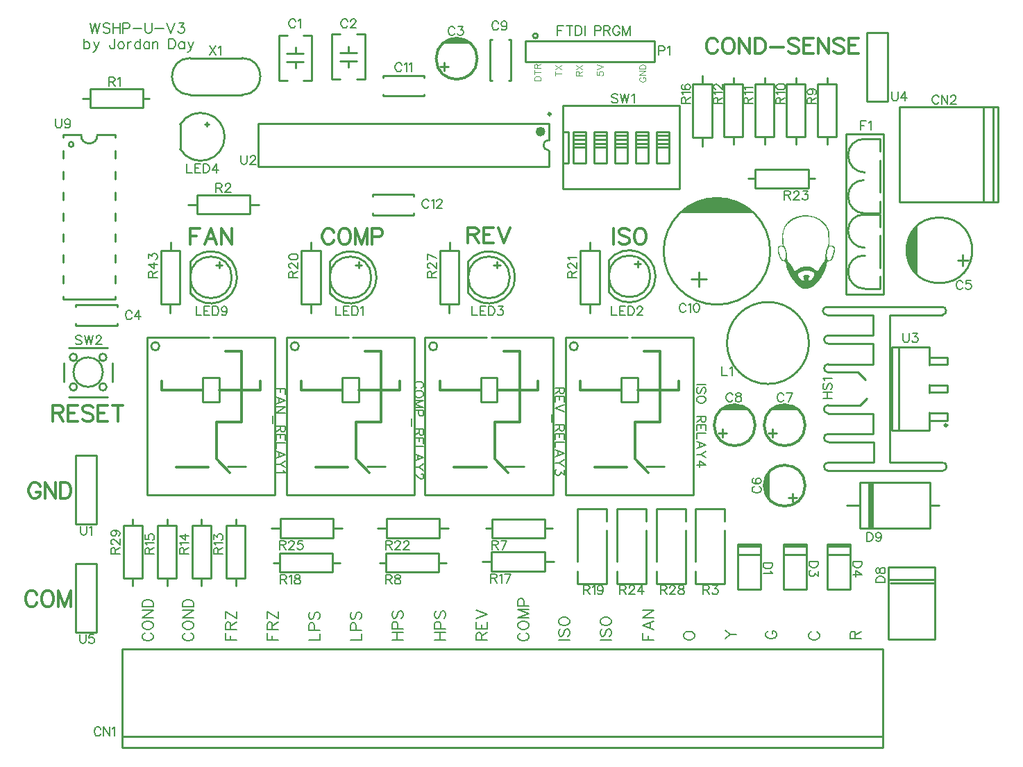
<source format=gto>
G04 Layer: TopSilkscreenLayer*
G04 EasyEDA v6.5.39, 2024-02-11 14:55:05*
G04 31a22d7060634c1a9507d93259deef13,6aaf4e428e1e4843910fb14260956013,10*
G04 Gerber Generator version 0.2*
G04 Scale: 100 percent, Rotated: No, Reflected: No *
G04 Dimensions in millimeters *
G04 leading zeros omitted , absolute positions ,4 integer and 5 decimal *
%FSLAX45Y45*%
%MOMM*%

%ADD10C,0.2000*%
%ADD11C,0.3200*%
%ADD12C,0.1000*%
%ADD13C,0.1524*%
%ADD14C,0.2540*%
%ADD15C,0.3000*%
%ADD16C,0.6000*%
%ADD17C,0.0134*%

%LPD*%
G36*
X9791852Y6522669D02*
G01*
X9779254Y6522466D01*
X9766757Y6521805D01*
X9754311Y6520586D01*
X9742017Y6518909D01*
X9729165Y6516674D01*
X9716617Y6514084D01*
X9704476Y6511188D01*
X9692640Y6507937D01*
X9681210Y6504381D01*
X9670135Y6500520D01*
X9659366Y6496304D01*
X9649002Y6491732D01*
X9638995Y6486906D01*
X9629343Y6481724D01*
X9620046Y6476187D01*
X9611106Y6470396D01*
X9602571Y6464198D01*
X9594342Y6457746D01*
X9586518Y6450939D01*
X9579051Y6443878D01*
X9571939Y6436410D01*
X9565182Y6428689D01*
X9558782Y6420612D01*
X9552787Y6412280D01*
X9547148Y6403594D01*
X9541865Y6394551D01*
X9536938Y6385255D01*
X9532366Y6375654D01*
X9528200Y6365697D01*
X9524390Y6355435D01*
X9520986Y6344920D01*
X9517888Y6334048D01*
X9515195Y6322872D01*
X9512909Y6311392D01*
X9510928Y6299606D01*
X9509353Y6287516D01*
X9507598Y6266789D01*
X9520377Y6266789D01*
X9520580Y6281826D01*
X9521190Y6295644D01*
X9522104Y6307734D01*
X9523476Y6317691D01*
X9525660Y6326886D01*
X9528759Y6337096D01*
X9532315Y6347104D01*
X9536379Y6356908D01*
X9540951Y6366459D01*
X9545980Y6375755D01*
X9551466Y6384798D01*
X9557359Y6393637D01*
X9563709Y6402171D01*
X9570415Y6410452D01*
X9577578Y6418478D01*
X9585096Y6426200D01*
X9592970Y6433616D01*
X9601149Y6440728D01*
X9609734Y6447586D01*
X9618624Y6454089D01*
X9627768Y6460236D01*
X9637268Y6466128D01*
X9646970Y6471615D01*
X9656978Y6476796D01*
X9667240Y6481622D01*
X9677704Y6486093D01*
X9688423Y6490157D01*
X9699345Y6493865D01*
X9710420Y6497218D01*
X9721646Y6500164D01*
X9733076Y6502704D01*
X9744659Y6504838D01*
X9756343Y6506565D01*
X9768128Y6507835D01*
X9780066Y6508699D01*
X9792055Y6509156D01*
X9804095Y6509156D01*
X9816185Y6508699D01*
X9828377Y6507784D01*
X9840518Y6506362D01*
X9852710Y6504533D01*
X9864902Y6502196D01*
X9877501Y6499250D01*
X9890302Y6495643D01*
X9902850Y6491528D01*
X9915144Y6486855D01*
X9927082Y6481673D01*
X9938664Y6476034D01*
X9949942Y6469888D01*
X9960813Y6463334D01*
X9971328Y6456273D01*
X9981387Y6448856D01*
X9991090Y6440982D01*
X10000284Y6432753D01*
X10009022Y6424117D01*
X10017302Y6415176D01*
X10025075Y6405880D01*
X10032339Y6396228D01*
X10039045Y6386322D01*
X10045192Y6376111D01*
X10050729Y6365646D01*
X10055707Y6354876D01*
X10060076Y6343904D01*
X10063784Y6332728D01*
X10066172Y6323736D01*
X10067544Y6314490D01*
X10068763Y6302349D01*
X10070592Y6271768D01*
X10071608Y6236665D01*
X10071811Y6218936D01*
X10071709Y6193637D01*
X10071354Y6178600D01*
X10070744Y6165697D01*
X10069880Y6155486D01*
X10068814Y6148527D01*
X10068153Y6146495D01*
X10067442Y6145530D01*
X10065359Y6143955D01*
X10063276Y6141872D01*
X10061194Y6139230D01*
X10059212Y6136132D01*
X10055352Y6128359D01*
X10051745Y6118656D01*
X10048341Y6107176D01*
X10045242Y6093968D01*
X10042448Y6079083D01*
X10039959Y6062675D01*
X10037047Y6037275D01*
X10053675Y6037275D01*
X10053777Y6045860D01*
X10054742Y6062116D01*
X10056571Y6077153D01*
X10057790Y6084163D01*
X10059212Y6090818D01*
X10060838Y6097168D01*
X10062616Y6103112D01*
X10064597Y6108750D01*
X10066731Y6113983D01*
X10069068Y6118809D01*
X10071557Y6123279D01*
X10074148Y6127343D01*
X10076942Y6131001D01*
X10079837Y6134201D01*
X10082885Y6136995D01*
X10086086Y6139383D01*
X10089388Y6141313D01*
X10092791Y6142786D01*
X10096296Y6143752D01*
X10099954Y6144310D01*
X10103662Y6144361D01*
X10107472Y6143904D01*
X10111384Y6142990D01*
X10115346Y6141516D01*
X10119410Y6139586D01*
X10123525Y6137097D01*
X10127183Y6134455D01*
X10130332Y6131763D01*
X10133025Y6128816D01*
X10135209Y6125667D01*
X10136987Y6122212D01*
X10138257Y6118402D01*
X10139070Y6114135D01*
X10139426Y6109411D01*
X10139324Y6104128D01*
X10138765Y6098286D01*
X10137749Y6091783D01*
X10134396Y6076543D01*
X10129164Y6058001D01*
X10123373Y6039561D01*
X10118191Y6025337D01*
X10112857Y6012738D01*
X10107422Y6001867D01*
X10101935Y5992672D01*
X10099192Y5988659D01*
X10093807Y5982004D01*
X10091115Y5979312D01*
X10088473Y5977026D01*
X10085882Y5975197D01*
X10083342Y5973775D01*
X10080853Y5972810D01*
X10078466Y5972251D01*
X10076078Y5972149D01*
X10073792Y5972454D01*
X10071608Y5973216D01*
X10069525Y5974435D01*
X10067493Y5976010D01*
X10065613Y5978093D01*
X10063835Y5980582D01*
X10062159Y5983528D01*
X10059212Y5990742D01*
X10056825Y5999683D01*
X10055047Y6010452D01*
X10053980Y6022949D01*
X10053675Y6037275D01*
X10037047Y6037275D01*
X10034778Y6012738D01*
X10033254Y6001207D01*
X10031272Y5990793D01*
X10028682Y5981141D01*
X10025430Y5971997D01*
X10021366Y5963005D01*
X10016337Y5953912D01*
X10010241Y5944362D01*
X10002926Y5934049D01*
X9984689Y5909818D01*
X9974783Y5895797D01*
X9965791Y5882284D01*
X9954768Y5864301D01*
X9951110Y5858713D01*
X9947706Y5854293D01*
X9944455Y5850991D01*
X9941255Y5848858D01*
X9937953Y5847842D01*
X9934498Y5847943D01*
X9930688Y5849112D01*
X9926472Y5851347D01*
X9921697Y5854598D01*
X9916261Y5858916D01*
X9905949Y5867755D01*
X9897059Y5874207D01*
X9892334Y5877153D01*
X9882378Y5882487D01*
X9871811Y5887059D01*
X9860737Y5890971D01*
X9849256Y5894120D01*
X9837420Y5896559D01*
X9825329Y5898235D01*
X9819233Y5898845D01*
X9806889Y5899454D01*
X9794544Y5899353D01*
X9782251Y5898489D01*
X9770059Y5896965D01*
X9758121Y5894679D01*
X9752228Y5893308D01*
X9740747Y5889955D01*
X9729724Y5885891D01*
X9719157Y5881065D01*
X9709251Y5875578D01*
X9704527Y5872581D01*
X9695637Y5865977D01*
X9685934Y5857494D01*
X9681006Y5853582D01*
X9676587Y5850585D01*
X9672624Y5848604D01*
X9669018Y5847689D01*
X9665665Y5847740D01*
X9662464Y5848908D01*
X9659315Y5851093D01*
X9656064Y5854395D01*
X9652660Y5858814D01*
X9649053Y5864352D01*
X9641890Y5876290D01*
X9633915Y5888685D01*
X9624517Y5902350D01*
X9614916Y5915609D01*
X9597136Y5939078D01*
X9590176Y5949086D01*
X9584537Y5958281D01*
X9579965Y5966968D01*
X9576409Y5975553D01*
X9573615Y5984443D01*
X9571532Y5994044D01*
X9569856Y6004712D01*
X9567418Y6029452D01*
X9564573Y6054648D01*
X9560966Y6078982D01*
X9559188Y6089142D01*
X9556140Y6102807D01*
X9554159Y6110579D01*
X9552025Y6117132D01*
X9549587Y6122924D01*
X9546640Y6128410D01*
X9542932Y6133998D01*
X9538309Y6140246D01*
X9532467Y6147511D01*
X9531350Y6149289D01*
X9529216Y6155283D01*
X9527286Y6164122D01*
X9525558Y6175349D01*
X9524034Y6188456D01*
X9522764Y6202984D01*
X9521698Y6218580D01*
X9520986Y6234684D01*
X9520529Y6250940D01*
X9520377Y6266789D01*
X9507598Y6266789D01*
X9507067Y6255969D01*
X9506813Y6242812D01*
X9506915Y6229400D01*
X9507423Y6215634D01*
X9508286Y6201613D01*
X9509506Y6187236D01*
X9513011Y6155232D01*
X9493453Y6155080D01*
X9488271Y6154623D01*
X9483496Y6153810D01*
X9479026Y6152692D01*
X9474962Y6151270D01*
X9471202Y6149543D01*
X9467850Y6147409D01*
X9464802Y6144971D01*
X9462160Y6142177D01*
X9459823Y6139027D01*
X9457842Y6135522D01*
X9456216Y6131661D01*
X9454946Y6127445D01*
X9453981Y6122822D01*
X9453372Y6117844D01*
X9453129Y6111189D01*
X9465310Y6111189D01*
X9466021Y6116777D01*
X9467392Y6121857D01*
X9469374Y6126530D01*
X9472015Y6130645D01*
X9475114Y6134252D01*
X9478772Y6137249D01*
X9482836Y6139586D01*
X9487255Y6141313D01*
X9492081Y6142380D01*
X9497110Y6142685D01*
X9502444Y6142228D01*
X9507931Y6141008D01*
X9513570Y6138926D01*
X9519259Y6135979D01*
X9522561Y6133693D01*
X9525711Y6130848D01*
X9528657Y6127496D01*
X9531451Y6123686D01*
X9534042Y6119418D01*
X9536430Y6114796D01*
X9538665Y6109766D01*
X9540697Y6104483D01*
X9542576Y6098844D01*
X9544253Y6093002D01*
X9547047Y6080658D01*
X9549130Y6067806D01*
X9550450Y6054699D01*
X9551009Y6041644D01*
X9550806Y6028893D01*
X9549841Y6016853D01*
X9548114Y6005677D01*
X9546996Y6000546D01*
X9545624Y5995771D01*
X9544100Y5991402D01*
X9542373Y5987389D01*
X9540443Y5983884D01*
X9538360Y5980887D01*
X9536023Y5978347D01*
X9533534Y5976467D01*
X9530842Y5975146D01*
X9527946Y5974435D01*
X9524847Y5974435D01*
X9521545Y5975146D01*
X9519259Y5976162D01*
X9516922Y5977636D01*
X9514535Y5979668D01*
X9509556Y5985103D01*
X9507016Y5988456D01*
X9501886Y5996432D01*
X9496704Y6005880D01*
X9491573Y6016650D01*
X9486595Y6028537D01*
X9481769Y6041390D01*
X9477298Y6055004D01*
X9473133Y6069279D01*
X9469424Y6083960D01*
X9466224Y6098895D01*
X9465360Y6105245D01*
X9465310Y6111189D01*
X9453129Y6111189D01*
X9453168Y6106668D01*
X9453575Y6100470D01*
X9454286Y6093917D01*
X9456724Y6079540D01*
X9460484Y6063488D01*
X9465665Y6045200D01*
X9471304Y6027674D01*
X9477044Y6012383D01*
X9479991Y6005525D01*
X9485985Y5993485D01*
X9489084Y5988253D01*
X9492234Y5983528D01*
X9495434Y5979261D01*
X9498736Y5975553D01*
X9502089Y5972251D01*
X9505543Y5969457D01*
X9509150Y5967120D01*
X9512808Y5965190D01*
X9516567Y5963767D01*
X9520478Y5962700D01*
X9524492Y5962091D01*
X9535210Y5961532D01*
X9540494Y5960567D01*
X9544202Y5959043D01*
X9545929Y5957062D01*
X9548317Y5946292D01*
X9554718Y5914948D01*
X9557816Y5902655D01*
X9561474Y5890260D01*
X9565640Y5877864D01*
X9570262Y5865368D01*
X9575342Y5852922D01*
X9580829Y5840526D01*
X9586671Y5828131D01*
X9592919Y5815838D01*
X9601926Y5799429D01*
X9704070Y5799429D01*
X9704324Y5802884D01*
X9705035Y5806236D01*
X9706203Y5809488D01*
X9707829Y5812688D01*
X9709861Y5815736D01*
X9712248Y5818682D01*
X9715093Y5821527D01*
X9718243Y5824220D01*
X9725609Y5829249D01*
X9734245Y5833719D01*
X9743897Y5837580D01*
X9754565Y5840831D01*
X9760204Y5842254D01*
X9771989Y5844489D01*
X9784334Y5846013D01*
X9797135Y5846775D01*
X9810191Y5846724D01*
X9823399Y5845860D01*
X9836607Y5844133D01*
X9843211Y5842914D01*
X9856114Y5839764D01*
X9863175Y5837580D01*
X9869576Y5835243D01*
X9875367Y5832754D01*
X9880549Y5830062D01*
X9885070Y5827217D01*
X9888982Y5824169D01*
X9892284Y5820968D01*
X9894976Y5817514D01*
X9897059Y5813907D01*
X9898532Y5810097D01*
X9899396Y5806033D01*
X9899599Y5801817D01*
X9899243Y5797346D01*
X9898278Y5792622D01*
X9896652Y5787694D01*
X9894468Y5782564D01*
X9891674Y5777179D01*
X9888270Y5771540D01*
X9884257Y5765647D01*
X9879685Y5759500D01*
X9874859Y5753557D01*
X9870135Y5748172D01*
X9861092Y5739079D01*
X9856774Y5735370D01*
X9852660Y5732221D01*
X9848799Y5729579D01*
X9845141Y5727547D01*
X9841738Y5725972D01*
X9838588Y5725007D01*
X9835743Y5724550D01*
X9833254Y5724601D01*
X9831070Y5725210D01*
X9829292Y5726328D01*
X9827869Y5727954D01*
X9826904Y5730087D01*
X9826345Y5732780D01*
X9826193Y5735980D01*
X9826599Y5739638D01*
X9827463Y5743854D01*
X9828834Y5748528D01*
X9830765Y5753760D01*
X9833254Y5759450D01*
X9844836Y5781700D01*
X9835896Y5788660D01*
X9832238Y5790895D01*
X9827463Y5792673D01*
X9821824Y5794095D01*
X9815576Y5795162D01*
X9808921Y5795772D01*
X9802012Y5795975D01*
X9795154Y5795822D01*
X9788499Y5795213D01*
X9782302Y5794248D01*
X9776714Y5792876D01*
X9772091Y5791047D01*
X9768484Y5788863D01*
X9760102Y5782106D01*
X9768027Y5765241D01*
X9771126Y5757926D01*
X9773361Y5751118D01*
X9774732Y5744819D01*
X9775291Y5739180D01*
X9775037Y5734304D01*
X9774072Y5730240D01*
X9772396Y5727039D01*
X9770008Y5724855D01*
X9766960Y5723737D01*
X9763252Y5723737D01*
X9758984Y5724956D01*
X9754158Y5727547D01*
X9750399Y5730189D01*
X9746437Y5733491D01*
X9742322Y5737402D01*
X9733940Y5746546D01*
X9729774Y5751576D01*
X9721850Y5762244D01*
X9714788Y5773115D01*
X9711791Y5778347D01*
X9707016Y5788050D01*
X9705441Y5792368D01*
X9704425Y5796178D01*
X9704070Y5799429D01*
X9601926Y5799429D01*
X9613646Y5779871D01*
X9621113Y5768238D01*
X9628835Y5756808D01*
X9636810Y5745683D01*
X9644938Y5734812D01*
X9653270Y5724296D01*
X9661702Y5714136D01*
X9670288Y5704332D01*
X9678974Y5694934D01*
X9687763Y5685993D01*
X9696551Y5677509D01*
X9705390Y5669534D01*
X9714179Y5662066D01*
X9722967Y5655157D01*
X9731705Y5648858D01*
X9740392Y5643118D01*
X9748977Y5638038D01*
X9757410Y5633669D01*
X9765690Y5629960D01*
X9773767Y5626963D01*
X9781692Y5624728D01*
X9789363Y5623306D01*
X9796830Y5622696D01*
X9800437Y5622696D01*
X9807448Y5623356D01*
X9815372Y5625134D01*
X9824466Y5627878D01*
X9833610Y5631180D01*
X9842804Y5635091D01*
X9851999Y5639562D01*
X9861143Y5644591D01*
X9870287Y5650128D01*
X9879431Y5656173D01*
X9888474Y5662726D01*
X9897465Y5669737D01*
X9906355Y5677204D01*
X9915144Y5685078D01*
X9923830Y5693359D01*
X9932416Y5702046D01*
X9940798Y5711088D01*
X9949027Y5720486D01*
X9957104Y5730189D01*
X9964978Y5740247D01*
X9972649Y5750560D01*
X9980066Y5761126D01*
X9987280Y5771997D01*
X9994239Y5783072D01*
X10000894Y5794349D01*
X10007295Y5805830D01*
X10013391Y5817463D01*
X10019131Y5829300D01*
X10024567Y5841187D01*
X10029647Y5853226D01*
X10034371Y5865368D01*
X10038740Y5877610D01*
X10042652Y5889853D01*
X10046208Y5902147D01*
X10049306Y5914440D01*
X10051999Y5926785D01*
X10058044Y5959957D01*
X10083241Y5962548D01*
X10087000Y5963158D01*
X10093960Y5965088D01*
X10097211Y5966358D01*
X10100259Y5967933D01*
X10103205Y5969762D01*
X10106050Y5971895D01*
X10108742Y5974384D01*
X10111333Y5977178D01*
X10113873Y5980379D01*
X10116362Y5983986D01*
X10121138Y5992418D01*
X10125862Y6002680D01*
X10130586Y6014974D01*
X10135463Y6029502D01*
X10140594Y6046368D01*
X10148062Y6073343D01*
X10151008Y6087364D01*
X10152024Y6093815D01*
X10152684Y6099962D01*
X10153040Y6105753D01*
X10153040Y6111240D01*
X10152735Y6116370D01*
X10152126Y6121146D01*
X10151160Y6125616D01*
X10149840Y6129782D01*
X10148214Y6133592D01*
X10146233Y6137097D01*
X10143947Y6140297D01*
X10141305Y6143142D01*
X10138359Y6145733D01*
X10135057Y6147968D01*
X10131399Y6149898D01*
X10127386Y6151524D01*
X10123068Y6152896D01*
X10118394Y6153912D01*
X10113365Y6154623D01*
X10107980Y6155080D01*
X10085476Y6155232D01*
X10085374Y6251600D01*
X10085019Y6268212D01*
X10084308Y6283553D01*
X10083292Y6297625D01*
X10081869Y6310680D01*
X10080040Y6322822D01*
X10077805Y6334150D01*
X10075011Y6344818D01*
X10071709Y6354978D01*
X10067798Y6364732D01*
X10063327Y6374180D01*
X10058196Y6383528D01*
X10052354Y6392875D01*
X10045801Y6402374D01*
X10038486Y6412128D01*
X10030358Y6422288D01*
X10023195Y6430467D01*
X10015524Y6438392D01*
X10007346Y6446012D01*
X9998659Y6453327D01*
X9989566Y6460337D01*
X9980015Y6467043D01*
X9970058Y6473393D01*
X9959746Y6479438D01*
X9949078Y6485077D01*
X9938105Y6490360D01*
X9926878Y6495338D01*
X9915347Y6499860D01*
X9903612Y6504025D01*
X9891623Y6507835D01*
X9879533Y6511188D01*
X9867239Y6514134D01*
X9854793Y6516674D01*
X9842296Y6518808D01*
X9829698Y6520434D01*
X9817100Y6521653D01*
X9804450Y6522415D01*
G37*
D10*
X1732026Y1429004D02*
G01*
X1719326Y1422654D01*
X1706626Y1409954D01*
X1700276Y1397254D01*
X1700276Y1371600D01*
X1706626Y1358900D01*
X1719326Y1346200D01*
X1732026Y1339850D01*
X1751076Y1333500D01*
X1783079Y1333500D01*
X1802129Y1339850D01*
X1814829Y1346200D01*
X1827529Y1358900D01*
X1833879Y1371600D01*
X1833879Y1397254D01*
X1827529Y1409954D01*
X1814829Y1422654D01*
X1802129Y1429004D01*
X1700276Y1509013D02*
G01*
X1706626Y1496313D01*
X1719326Y1483613D01*
X1732026Y1477263D01*
X1751076Y1470913D01*
X1783079Y1470913D01*
X1802129Y1477263D01*
X1814829Y1483613D01*
X1827529Y1496313D01*
X1833879Y1509013D01*
X1833879Y1534668D01*
X1827529Y1547368D01*
X1814829Y1560068D01*
X1802129Y1566418D01*
X1783079Y1572768D01*
X1751076Y1572768D01*
X1732026Y1566418D01*
X1719326Y1560068D01*
X1706626Y1547368D01*
X1700276Y1534668D01*
X1700276Y1509013D01*
X1700276Y1614678D02*
G01*
X1833879Y1614678D01*
X1700276Y1614678D02*
G01*
X1833879Y1703831D01*
X1700276Y1703831D02*
G01*
X1833879Y1703831D01*
X1700276Y1745742D02*
G01*
X1833879Y1745742D01*
X1700276Y1745742D02*
G01*
X1700276Y1790445D01*
X1706626Y1809495D01*
X1719326Y1822195D01*
X1732026Y1828545D01*
X1751076Y1834895D01*
X1783079Y1834895D01*
X1802129Y1828545D01*
X1814829Y1822195D01*
X1827529Y1809495D01*
X1833879Y1790445D01*
X1833879Y1745742D01*
X2227325Y1429004D02*
G01*
X2214625Y1422654D01*
X2201925Y1409954D01*
X2195575Y1397254D01*
X2195575Y1371600D01*
X2201925Y1358900D01*
X2214625Y1346200D01*
X2227325Y1339850D01*
X2246375Y1333500D01*
X2278379Y1333500D01*
X2297429Y1339850D01*
X2310129Y1346200D01*
X2322829Y1358900D01*
X2329179Y1371600D01*
X2329179Y1397254D01*
X2322829Y1409954D01*
X2310129Y1422654D01*
X2297429Y1429004D01*
X2195575Y1509013D02*
G01*
X2201925Y1496313D01*
X2214625Y1483613D01*
X2227325Y1477263D01*
X2246375Y1470913D01*
X2278379Y1470913D01*
X2297429Y1477263D01*
X2310129Y1483613D01*
X2322829Y1496313D01*
X2329179Y1509013D01*
X2329179Y1534668D01*
X2322829Y1547368D01*
X2310129Y1560068D01*
X2297429Y1566418D01*
X2278379Y1572768D01*
X2246375Y1572768D01*
X2227325Y1566418D01*
X2214625Y1560068D01*
X2201925Y1547368D01*
X2195575Y1534668D01*
X2195575Y1509013D01*
X2195575Y1614678D02*
G01*
X2329179Y1614678D01*
X2195575Y1614678D02*
G01*
X2329179Y1703831D01*
X2195575Y1703831D02*
G01*
X2329179Y1703831D01*
X2195575Y1745742D02*
G01*
X2329179Y1745742D01*
X2195575Y1745742D02*
G01*
X2195575Y1790445D01*
X2201925Y1809495D01*
X2214625Y1822195D01*
X2227325Y1828545D01*
X2246375Y1834895D01*
X2278379Y1834895D01*
X2297429Y1828545D01*
X2310129Y1822195D01*
X2322829Y1809495D01*
X2329179Y1790445D01*
X2329179Y1745742D01*
X2716275Y1346200D02*
G01*
X2849879Y1346200D01*
X2716275Y1346200D02*
G01*
X2716275Y1429004D01*
X2779775Y1346200D02*
G01*
X2779775Y1397000D01*
X2716275Y1470913D02*
G01*
X2849879Y1470913D01*
X2716275Y1470913D02*
G01*
X2716275Y1528318D01*
X2722625Y1547368D01*
X2728975Y1553718D01*
X2741675Y1560068D01*
X2754375Y1560068D01*
X2767075Y1553718D01*
X2773425Y1547368D01*
X2779775Y1528318D01*
X2779775Y1470913D01*
X2779775Y1515363D02*
G01*
X2849879Y1560068D01*
X2716275Y1691131D02*
G01*
X2849879Y1601978D01*
X2716275Y1601978D02*
G01*
X2716275Y1691131D01*
X2849879Y1601978D02*
G01*
X2849879Y1691131D01*
X3224275Y1346200D02*
G01*
X3357879Y1346200D01*
X3224275Y1346200D02*
G01*
X3224275Y1429004D01*
X3287775Y1346200D02*
G01*
X3287775Y1397000D01*
X3224275Y1470913D02*
G01*
X3357879Y1470913D01*
X3224275Y1470913D02*
G01*
X3224275Y1528318D01*
X3230625Y1547368D01*
X3236975Y1553718D01*
X3249675Y1560068D01*
X3262375Y1560068D01*
X3275075Y1553718D01*
X3281425Y1547368D01*
X3287775Y1528318D01*
X3287775Y1470913D01*
X3287775Y1515363D02*
G01*
X3357879Y1560068D01*
X3224275Y1691131D02*
G01*
X3357879Y1601978D01*
X3224275Y1601978D02*
G01*
X3224275Y1691131D01*
X3357879Y1601978D02*
G01*
X3357879Y1691131D01*
X3732275Y1346200D02*
G01*
X3865879Y1346200D01*
X3865879Y1346200D02*
G01*
X3865879Y1422654D01*
X3732275Y1464563D02*
G01*
X3865879Y1464563D01*
X3732275Y1464563D02*
G01*
X3732275Y1521713D01*
X3738625Y1541018D01*
X3744975Y1547368D01*
X3757675Y1553718D01*
X3776725Y1553718D01*
X3789425Y1547368D01*
X3795775Y1541018D01*
X3802125Y1521713D01*
X3802125Y1464563D01*
X3751325Y1684781D02*
G01*
X3738625Y1672081D01*
X3732275Y1653031D01*
X3732275Y1627378D01*
X3738625Y1608328D01*
X3751325Y1595628D01*
X3764025Y1595628D01*
X3776725Y1601978D01*
X3783075Y1608328D01*
X3789425Y1621028D01*
X3802125Y1659381D01*
X3808475Y1672081D01*
X3815079Y1678431D01*
X3827779Y1684781D01*
X3846829Y1684781D01*
X3859529Y1672081D01*
X3865879Y1653031D01*
X3865879Y1627378D01*
X3859529Y1608328D01*
X3846829Y1595628D01*
X4240275Y1346200D02*
G01*
X4373879Y1346200D01*
X4373879Y1346200D02*
G01*
X4373879Y1422654D01*
X4240275Y1464563D02*
G01*
X4373879Y1464563D01*
X4240275Y1464563D02*
G01*
X4240275Y1521713D01*
X4246625Y1541018D01*
X4252975Y1547368D01*
X4265675Y1553718D01*
X4284725Y1553718D01*
X4297425Y1547368D01*
X4303775Y1541018D01*
X4310125Y1521713D01*
X4310125Y1464563D01*
X4259325Y1684781D02*
G01*
X4246625Y1672081D01*
X4240275Y1653031D01*
X4240275Y1627378D01*
X4246625Y1608328D01*
X4259325Y1595628D01*
X4272025Y1595628D01*
X4284725Y1601978D01*
X4291075Y1608328D01*
X4297425Y1621028D01*
X4310125Y1659381D01*
X4316475Y1672081D01*
X4323079Y1678431D01*
X4335779Y1684781D01*
X4354829Y1684781D01*
X4367529Y1672081D01*
X4373879Y1653031D01*
X4373879Y1627378D01*
X4367529Y1608328D01*
X4354829Y1595628D01*
X4748275Y1346200D02*
G01*
X4881879Y1346200D01*
X4748275Y1435354D02*
G01*
X4881879Y1435354D01*
X4811775Y1346200D02*
G01*
X4811775Y1435354D01*
X4748275Y1477263D02*
G01*
X4881879Y1477263D01*
X4748275Y1477263D02*
G01*
X4748275Y1534668D01*
X4754625Y1553718D01*
X4760975Y1560068D01*
X4773675Y1566418D01*
X4792725Y1566418D01*
X4805425Y1560068D01*
X4811775Y1553718D01*
X4818125Y1534668D01*
X4818125Y1477263D01*
X4767325Y1697481D02*
G01*
X4754625Y1684781D01*
X4748275Y1665731D01*
X4748275Y1640078D01*
X4754625Y1621028D01*
X4767325Y1608328D01*
X4780025Y1608328D01*
X4792725Y1614678D01*
X4799075Y1621028D01*
X4805425Y1633728D01*
X4818125Y1672081D01*
X4824475Y1684781D01*
X4831079Y1691131D01*
X4843779Y1697481D01*
X4862829Y1697481D01*
X4875529Y1684781D01*
X4881879Y1665731D01*
X4881879Y1640078D01*
X4875529Y1621028D01*
X4862829Y1608328D01*
X5268975Y1346200D02*
G01*
X5402579Y1346200D01*
X5268975Y1435354D02*
G01*
X5402579Y1435354D01*
X5332475Y1346200D02*
G01*
X5332475Y1435354D01*
X5268975Y1477263D02*
G01*
X5402579Y1477263D01*
X5268975Y1477263D02*
G01*
X5268975Y1534668D01*
X5275325Y1553718D01*
X5281675Y1560068D01*
X5294375Y1566418D01*
X5313425Y1566418D01*
X5326125Y1560068D01*
X5332475Y1553718D01*
X5338825Y1534668D01*
X5338825Y1477263D01*
X5288025Y1697481D02*
G01*
X5275325Y1684781D01*
X5268975Y1665731D01*
X5268975Y1640078D01*
X5275325Y1621028D01*
X5288025Y1608328D01*
X5300725Y1608328D01*
X5313425Y1614678D01*
X5319775Y1621028D01*
X5326125Y1633728D01*
X5338825Y1672081D01*
X5345175Y1684781D01*
X5351779Y1691131D01*
X5364479Y1697481D01*
X5383529Y1697481D01*
X5396229Y1684781D01*
X5402579Y1665731D01*
X5402579Y1640078D01*
X5396229Y1621028D01*
X5383529Y1608328D01*
X5776975Y1346200D02*
G01*
X5910579Y1346200D01*
X5776975Y1346200D02*
G01*
X5776975Y1403350D01*
X5783325Y1422654D01*
X5789675Y1429004D01*
X5802375Y1435354D01*
X5815075Y1435354D01*
X5827775Y1429004D01*
X5834125Y1422654D01*
X5840475Y1403350D01*
X5840475Y1346200D01*
X5840475Y1390650D02*
G01*
X5910579Y1435354D01*
X5776975Y1477263D02*
G01*
X5910579Y1477263D01*
X5776975Y1477263D02*
G01*
X5776975Y1560068D01*
X5840475Y1477263D02*
G01*
X5840475Y1528318D01*
X5910579Y1477263D02*
G01*
X5910579Y1560068D01*
X5776975Y1601978D02*
G01*
X5910579Y1653031D01*
X5776975Y1703831D02*
G01*
X5910579Y1653031D01*
X6316725Y1429004D02*
G01*
X6304025Y1422654D01*
X6291325Y1409954D01*
X6284975Y1397254D01*
X6284975Y1371600D01*
X6291325Y1358900D01*
X6304025Y1346200D01*
X6316725Y1339850D01*
X6335775Y1333500D01*
X6367779Y1333500D01*
X6386829Y1339850D01*
X6399529Y1346200D01*
X6412229Y1358900D01*
X6418579Y1371600D01*
X6418579Y1397254D01*
X6412229Y1409954D01*
X6399529Y1422654D01*
X6386829Y1429004D01*
X6284975Y1509013D02*
G01*
X6291325Y1496313D01*
X6304025Y1483613D01*
X6316725Y1477263D01*
X6335775Y1470913D01*
X6367779Y1470913D01*
X6386829Y1477263D01*
X6399529Y1483613D01*
X6412229Y1496313D01*
X6418579Y1509013D01*
X6418579Y1534668D01*
X6412229Y1547368D01*
X6399529Y1560068D01*
X6386829Y1566418D01*
X6367779Y1572768D01*
X6335775Y1572768D01*
X6316725Y1566418D01*
X6304025Y1560068D01*
X6291325Y1547368D01*
X6284975Y1534668D01*
X6284975Y1509013D01*
X6284975Y1614678D02*
G01*
X6418579Y1614678D01*
X6284975Y1614678D02*
G01*
X6418579Y1665731D01*
X6284975Y1716531D02*
G01*
X6418579Y1665731D01*
X6284975Y1716531D02*
G01*
X6418579Y1716531D01*
X6284975Y1758695D02*
G01*
X6418579Y1758695D01*
X6284975Y1758695D02*
G01*
X6284975Y1815845D01*
X6291325Y1834895D01*
X6297675Y1841245D01*
X6310375Y1847595D01*
X6329425Y1847595D01*
X6342125Y1841245D01*
X6348475Y1834895D01*
X6354825Y1815845D01*
X6354825Y1758695D01*
X6780275Y1346200D02*
G01*
X6913879Y1346200D01*
X6799325Y1477263D02*
G01*
X6786625Y1464563D01*
X6780275Y1445513D01*
X6780275Y1420113D01*
X6786625Y1400810D01*
X6799325Y1388110D01*
X6812025Y1388110D01*
X6824725Y1394460D01*
X6831075Y1400810D01*
X6837425Y1413763D01*
X6850125Y1451863D01*
X6856475Y1464563D01*
X6863079Y1470913D01*
X6875779Y1477263D01*
X6894829Y1477263D01*
X6907529Y1464563D01*
X6913879Y1445513D01*
X6913879Y1420113D01*
X6907529Y1400810D01*
X6894829Y1388110D01*
X6780275Y1557528D02*
G01*
X6786625Y1544828D01*
X6799325Y1532128D01*
X6812025Y1525778D01*
X6831075Y1519173D01*
X6863079Y1519173D01*
X6882129Y1525778D01*
X6894829Y1532128D01*
X6907529Y1544828D01*
X6913879Y1557528D01*
X6913879Y1582928D01*
X6907529Y1595628D01*
X6894829Y1608328D01*
X6882129Y1614678D01*
X6863079Y1621028D01*
X6831075Y1621028D01*
X6812025Y1614678D01*
X6799325Y1608328D01*
X6786625Y1595628D01*
X6780275Y1582928D01*
X6780275Y1557528D01*
X7288275Y1346200D02*
G01*
X7421879Y1346200D01*
X7307325Y1477263D02*
G01*
X7294625Y1464563D01*
X7288275Y1445513D01*
X7288275Y1420113D01*
X7294625Y1400810D01*
X7307325Y1388110D01*
X7320025Y1388110D01*
X7332725Y1394460D01*
X7339075Y1400810D01*
X7345425Y1413763D01*
X7358125Y1451863D01*
X7364475Y1464563D01*
X7371079Y1470913D01*
X7383779Y1477263D01*
X7402829Y1477263D01*
X7415529Y1464563D01*
X7421879Y1445513D01*
X7421879Y1420113D01*
X7415529Y1400810D01*
X7402829Y1388110D01*
X7288275Y1557528D02*
G01*
X7294625Y1544828D01*
X7307325Y1532128D01*
X7320025Y1525778D01*
X7339075Y1519173D01*
X7371079Y1519173D01*
X7390129Y1525778D01*
X7402829Y1532128D01*
X7415529Y1544828D01*
X7421879Y1557528D01*
X7421879Y1582928D01*
X7415529Y1595628D01*
X7402829Y1608328D01*
X7390129Y1614678D01*
X7371079Y1621028D01*
X7339075Y1621028D01*
X7320025Y1614678D01*
X7307325Y1608328D01*
X7294625Y1595628D01*
X7288275Y1582928D01*
X7288275Y1557528D01*
X7808975Y1346200D02*
G01*
X7942579Y1346200D01*
X7808975Y1346200D02*
G01*
X7808975Y1429004D01*
X7872475Y1346200D02*
G01*
X7872475Y1397000D01*
X7808975Y1521713D02*
G01*
X7942579Y1470913D01*
X7808975Y1521713D02*
G01*
X7942579Y1572768D01*
X7898129Y1489963D02*
G01*
X7898129Y1553718D01*
X7808975Y1614678D02*
G01*
X7942579Y1614678D01*
X7808975Y1614678D02*
G01*
X7942579Y1703831D01*
X7808975Y1703831D02*
G01*
X7942579Y1703831D01*
X8304275Y1384300D02*
G01*
X8310625Y1371600D01*
X8323325Y1358900D01*
X8336025Y1352550D01*
X8355075Y1346200D01*
X8387079Y1346200D01*
X8406129Y1352550D01*
X8418829Y1358900D01*
X8431529Y1371600D01*
X8437879Y1384300D01*
X8437879Y1409954D01*
X8431529Y1422654D01*
X8418829Y1435354D01*
X8406129Y1441704D01*
X8387079Y1448054D01*
X8355075Y1448054D01*
X8336025Y1441704D01*
X8323325Y1435354D01*
X8310625Y1422654D01*
X8304275Y1409954D01*
X8304275Y1384300D01*
X8812275Y1358900D02*
G01*
X8875775Y1409700D01*
X8945879Y1409700D01*
X8812275Y1460754D02*
G01*
X8875775Y1409700D01*
X9339325Y1454404D02*
G01*
X9326625Y1448054D01*
X9313925Y1435354D01*
X9307575Y1422654D01*
X9307575Y1397000D01*
X9313925Y1384300D01*
X9326625Y1371600D01*
X9339325Y1365250D01*
X9358375Y1358900D01*
X9390379Y1358900D01*
X9409429Y1365250D01*
X9422129Y1371600D01*
X9434829Y1384300D01*
X9441179Y1397000D01*
X9441179Y1422654D01*
X9434829Y1435354D01*
X9422129Y1448054D01*
X9409429Y1454404D01*
X9390379Y1454404D01*
X9390379Y1422654D02*
G01*
X9390379Y1454404D01*
X9860025Y1441704D02*
G01*
X9847325Y1435354D01*
X9834625Y1422654D01*
X9828275Y1409954D01*
X9828275Y1384300D01*
X9834625Y1371600D01*
X9847325Y1358900D01*
X9860025Y1352550D01*
X9879075Y1346200D01*
X9911079Y1346200D01*
X9930129Y1352550D01*
X9942829Y1358900D01*
X9955529Y1371600D01*
X9961879Y1384300D01*
X9961879Y1409954D01*
X9955529Y1422654D01*
X9942829Y1435354D01*
X9930129Y1441704D01*
X10336275Y1358900D02*
G01*
X10469879Y1358900D01*
X10336275Y1358900D02*
G01*
X10336275Y1416050D01*
X10342625Y1435354D01*
X10348975Y1441704D01*
X10361675Y1448054D01*
X10374375Y1448054D01*
X10387075Y1441704D01*
X10393425Y1435354D01*
X10399775Y1416050D01*
X10399775Y1358900D01*
X10399775Y1403350D02*
G01*
X10469879Y1448054D01*
D11*
X453897Y3217163D02*
G01*
X444754Y3235197D01*
X426465Y3253486D01*
X408431Y3262629D01*
X372110Y3262629D01*
X353821Y3253486D01*
X335787Y3235197D01*
X326644Y3217163D01*
X317500Y3189731D01*
X317500Y3144265D01*
X326644Y3117087D01*
X335787Y3098800D01*
X353821Y3080765D01*
X372110Y3071621D01*
X408431Y3071621D01*
X426465Y3080765D01*
X444754Y3098800D01*
X453897Y3117087D01*
X453897Y3144265D01*
X408431Y3144265D02*
G01*
X453897Y3144265D01*
X513842Y3262629D02*
G01*
X513842Y3071621D01*
X513842Y3262629D02*
G01*
X641095Y3071621D01*
X641095Y3262629D02*
G01*
X641095Y3071621D01*
X701039Y3262629D02*
G01*
X701039Y3071621D01*
X701039Y3262629D02*
G01*
X764794Y3262629D01*
X791971Y3253486D01*
X810260Y3235197D01*
X819404Y3217163D01*
X828294Y3189731D01*
X828294Y3144265D01*
X819404Y3117087D01*
X810260Y3098800D01*
X791971Y3080765D01*
X764794Y3071621D01*
X701039Y3071621D01*
X415797Y1896363D02*
G01*
X406654Y1914397D01*
X388365Y1932686D01*
X370331Y1941829D01*
X334010Y1941829D01*
X315721Y1932686D01*
X297687Y1914397D01*
X288544Y1896363D01*
X279400Y1868931D01*
X279400Y1823465D01*
X288544Y1796287D01*
X297687Y1778000D01*
X315721Y1759965D01*
X334010Y1750821D01*
X370331Y1750821D01*
X388365Y1759965D01*
X406654Y1778000D01*
X415797Y1796287D01*
X530352Y1941829D02*
G01*
X512063Y1932686D01*
X494029Y1914397D01*
X484886Y1896363D01*
X475742Y1868931D01*
X475742Y1823465D01*
X484886Y1796287D01*
X494029Y1778000D01*
X512063Y1759965D01*
X530352Y1750821D01*
X566673Y1750821D01*
X584962Y1759965D01*
X602995Y1778000D01*
X612139Y1796287D01*
X621284Y1823465D01*
X621284Y1868931D01*
X612139Y1896363D01*
X602995Y1914397D01*
X584962Y1932686D01*
X566673Y1941829D01*
X530352Y1941829D01*
X681228Y1941829D02*
G01*
X681228Y1750821D01*
X681228Y1941829D02*
G01*
X753871Y1750821D01*
X826770Y1941829D02*
G01*
X753871Y1750821D01*
X826770Y1941829D02*
G01*
X826770Y1750821D01*
X8721597Y8640063D02*
G01*
X8712454Y8658097D01*
X8694165Y8676386D01*
X8676131Y8685529D01*
X8639809Y8685529D01*
X8621522Y8676386D01*
X8603488Y8658097D01*
X8594343Y8640063D01*
X8585200Y8612631D01*
X8585200Y8567165D01*
X8594343Y8539987D01*
X8603488Y8521700D01*
X8621522Y8503665D01*
X8639809Y8494521D01*
X8676131Y8494521D01*
X8694165Y8503665D01*
X8712454Y8521700D01*
X8721597Y8539987D01*
X8836152Y8685529D02*
G01*
X8817863Y8676386D01*
X8799829Y8658097D01*
X8790686Y8640063D01*
X8781541Y8612631D01*
X8781541Y8567165D01*
X8790686Y8539987D01*
X8799829Y8521700D01*
X8817863Y8503665D01*
X8836152Y8494521D01*
X8872474Y8494521D01*
X8890761Y8503665D01*
X8908795Y8521700D01*
X8917940Y8539987D01*
X8927084Y8567165D01*
X8927084Y8612631D01*
X8917940Y8640063D01*
X8908795Y8658097D01*
X8890761Y8676386D01*
X8872474Y8685529D01*
X8836152Y8685529D01*
X8987027Y8685529D02*
G01*
X8987027Y8494521D01*
X8987027Y8685529D02*
G01*
X9114281Y8494521D01*
X9114281Y8685529D02*
G01*
X9114281Y8494521D01*
X9174225Y8685529D02*
G01*
X9174225Y8494521D01*
X9174225Y8685529D02*
G01*
X9237979Y8685529D01*
X9265158Y8676386D01*
X9283445Y8658097D01*
X9292590Y8640063D01*
X9301479Y8612631D01*
X9301479Y8567165D01*
X9292590Y8539987D01*
X9283445Y8521700D01*
X9265158Y8503665D01*
X9237979Y8494521D01*
X9174225Y8494521D01*
X9361677Y8576310D02*
G01*
X9525254Y8576310D01*
X9712452Y8658097D02*
G01*
X9694163Y8676386D01*
X9666986Y8685529D01*
X9630663Y8685529D01*
X9603486Y8676386D01*
X9585197Y8658097D01*
X9585197Y8640063D01*
X9594341Y8621776D01*
X9603486Y8612631D01*
X9621520Y8603487D01*
X9676129Y8585454D01*
X9694163Y8576310D01*
X9703308Y8567165D01*
X9712452Y8549131D01*
X9712452Y8521700D01*
X9694163Y8503665D01*
X9666986Y8494521D01*
X9630663Y8494521D01*
X9603486Y8503665D01*
X9585197Y8521700D01*
X9772395Y8685529D02*
G01*
X9772395Y8494521D01*
X9772395Y8685529D02*
G01*
X9890759Y8685529D01*
X9772395Y8594597D02*
G01*
X9845293Y8594597D01*
X9772395Y8494521D02*
G01*
X9890759Y8494521D01*
X9950704Y8685529D02*
G01*
X9950704Y8494521D01*
X9950704Y8685529D02*
G01*
X10077958Y8494521D01*
X10077958Y8685529D02*
G01*
X10077958Y8494521D01*
X10265156Y8658097D02*
G01*
X10247122Y8676386D01*
X10219690Y8685529D01*
X10183368Y8685529D01*
X10156190Y8676386D01*
X10137902Y8658097D01*
X10137902Y8640063D01*
X10147045Y8621776D01*
X10156190Y8612631D01*
X10174224Y8603487D01*
X10228834Y8585454D01*
X10247122Y8576310D01*
X10256011Y8567165D01*
X10265156Y8549131D01*
X10265156Y8521700D01*
X10247122Y8503665D01*
X10219690Y8494521D01*
X10183368Y8494521D01*
X10156190Y8503665D01*
X10137902Y8521700D01*
X10325100Y8685529D02*
G01*
X10325100Y8494521D01*
X10325100Y8685529D02*
G01*
X10443463Y8685529D01*
X10325100Y8594597D02*
G01*
X10397997Y8594597D01*
X10325100Y8494521D02*
G01*
X10443463Y8494521D01*
D10*
X6769100Y8833358D02*
G01*
X6769100Y8718804D01*
X6769100Y8833358D02*
G01*
X6839965Y8833358D01*
X6769100Y8778747D02*
G01*
X6812788Y8778747D01*
X6914134Y8833358D02*
G01*
X6914134Y8718804D01*
X6876034Y8833358D02*
G01*
X6952488Y8833358D01*
X6988302Y8833358D02*
G01*
X6988302Y8718804D01*
X6988302Y8833358D02*
G01*
X7026656Y8833358D01*
X7042911Y8827770D01*
X7053834Y8816847D01*
X7059168Y8805926D01*
X7064756Y8789670D01*
X7064756Y8762492D01*
X7059168Y8745981D01*
X7053834Y8735060D01*
X7042911Y8724137D01*
X7026656Y8718804D01*
X6988302Y8718804D01*
X7100824Y8833358D02*
G01*
X7100824Y8718804D01*
X7220711Y8833358D02*
G01*
X7220711Y8718804D01*
X7220711Y8833358D02*
G01*
X7269734Y8833358D01*
X7286243Y8827770D01*
X7291577Y8822436D01*
X7297165Y8811513D01*
X7297165Y8795004D01*
X7291577Y8784081D01*
X7286243Y8778747D01*
X7269734Y8773413D01*
X7220711Y8773413D01*
X7332979Y8833358D02*
G01*
X7332979Y8718804D01*
X7332979Y8833358D02*
G01*
X7382256Y8833358D01*
X7398511Y8827770D01*
X7404100Y8822436D01*
X7409434Y8811513D01*
X7409434Y8800592D01*
X7404100Y8789670D01*
X7398511Y8784081D01*
X7382256Y8778747D01*
X7332979Y8778747D01*
X7371334Y8778747D02*
G01*
X7409434Y8718804D01*
X7527290Y8805926D02*
G01*
X7521702Y8816847D01*
X7511034Y8827770D01*
X7500111Y8833358D01*
X7478268Y8833358D01*
X7467345Y8827770D01*
X7456424Y8816847D01*
X7450836Y8805926D01*
X7445502Y8789670D01*
X7445502Y8762492D01*
X7450836Y8745981D01*
X7456424Y8735060D01*
X7467345Y8724137D01*
X7478268Y8718804D01*
X7500111Y8718804D01*
X7511034Y8724137D01*
X7521702Y8735060D01*
X7527290Y8745981D01*
X7527290Y8762492D01*
X7500111Y8762492D02*
G01*
X7527290Y8762492D01*
X7563358Y8833358D02*
G01*
X7563358Y8718804D01*
X7563358Y8833358D02*
G01*
X7606791Y8718804D01*
X7650479Y8833358D02*
G01*
X7606791Y8718804D01*
X7650479Y8833358D02*
G01*
X7650479Y8718804D01*
D12*
X7786115Y8208010D02*
G01*
X7778750Y8204200D01*
X7771384Y8197087D01*
X7767827Y8189721D01*
X7767827Y8175244D01*
X7771384Y8167878D01*
X7778750Y8160765D01*
X7786115Y8156955D01*
X7797038Y8153400D01*
X7815072Y8153400D01*
X7825993Y8156955D01*
X7833359Y8160765D01*
X7840725Y8167878D01*
X7844281Y8175244D01*
X7844281Y8189721D01*
X7840725Y8197087D01*
X7833359Y8204200D01*
X7825993Y8208010D01*
X7815072Y8208010D01*
X7815072Y8189721D02*
G01*
X7815072Y8208010D01*
X7767827Y8231886D02*
G01*
X7844281Y8231886D01*
X7767827Y8231886D02*
G01*
X7844281Y8282939D01*
X7767827Y8282939D02*
G01*
X7844281Y8282939D01*
X7767827Y8306815D02*
G01*
X7844281Y8306815D01*
X7767827Y8306815D02*
G01*
X7767827Y8332215D01*
X7771384Y8343137D01*
X7778750Y8350504D01*
X7786115Y8354060D01*
X7797038Y8357870D01*
X7815072Y8357870D01*
X7825993Y8354060D01*
X7833359Y8350504D01*
X7840725Y8343137D01*
X7844281Y8332215D01*
X7844281Y8306815D01*
X7247127Y8273287D02*
G01*
X7247127Y8236965D01*
X7279893Y8233155D01*
X7276338Y8236965D01*
X7272527Y8247887D01*
X7272527Y8258810D01*
X7276338Y8269478D01*
X7283450Y8276844D01*
X7294372Y8280400D01*
X7301738Y8280400D01*
X7312659Y8276844D01*
X7320025Y8269478D01*
X7323581Y8258810D01*
X7323581Y8247887D01*
X7320025Y8236965D01*
X7316215Y8233155D01*
X7309104Y8229600D01*
X7247127Y8304529D02*
G01*
X7323581Y8333486D01*
X7247127Y8362695D02*
G01*
X7323581Y8333486D01*
X6993127Y8229600D02*
G01*
X7069581Y8229600D01*
X6993127Y8229600D02*
G01*
X6993127Y8262365D01*
X6996684Y8273287D01*
X7000493Y8276844D01*
X7007606Y8280400D01*
X7014972Y8280400D01*
X7022338Y8276844D01*
X7025893Y8273287D01*
X7029450Y8262365D01*
X7029450Y8229600D01*
X7029450Y8255000D02*
G01*
X7069581Y8280400D01*
X6993127Y8304529D02*
G01*
X7069581Y8355329D01*
X6993127Y8355329D02*
G01*
X7069581Y8304529D01*
X6739127Y8255000D02*
G01*
X6815581Y8255000D01*
X6739127Y8229600D02*
G01*
X6739127Y8280400D01*
X6739127Y8304529D02*
G01*
X6815581Y8355329D01*
X6739127Y8355329D02*
G01*
X6815581Y8304529D01*
X6485127Y8166100D02*
G01*
X6561581Y8166100D01*
X6485127Y8166100D02*
G01*
X6485127Y8191500D01*
X6488684Y8202421D01*
X6496050Y8209787D01*
X6503415Y8213344D01*
X6514338Y8216900D01*
X6532372Y8216900D01*
X6543293Y8213344D01*
X6550659Y8209787D01*
X6558025Y8202421D01*
X6561581Y8191500D01*
X6561581Y8166100D01*
X6485127Y8266429D02*
G01*
X6561581Y8266429D01*
X6485127Y8241029D02*
G01*
X6485127Y8291829D01*
X6485127Y8315960D02*
G01*
X6561581Y8315960D01*
X6485127Y8315960D02*
G01*
X6485127Y8348726D01*
X6488684Y8359647D01*
X6492493Y8363204D01*
X6499606Y8366760D01*
X6506972Y8366760D01*
X6514338Y8363204D01*
X6517893Y8359647D01*
X6521450Y8348726D01*
X6521450Y8315960D01*
X6521450Y8341360D02*
G01*
X6561581Y8366760D01*
D11*
X2286000Y6361429D02*
G01*
X2286000Y6170421D01*
X2286000Y6361429D02*
G01*
X2404109Y6361429D01*
X2286000Y6270497D02*
G01*
X2358643Y6270497D01*
X2536952Y6361429D02*
G01*
X2464308Y6170421D01*
X2536952Y6361429D02*
G01*
X2609595Y6170421D01*
X2491486Y6233921D02*
G01*
X2582418Y6233921D01*
X2669540Y6361429D02*
G01*
X2669540Y6170421D01*
X2669540Y6361429D02*
G01*
X2796793Y6170421D01*
X2796793Y6361429D02*
G01*
X2796793Y6170421D01*
X4035297Y6315963D02*
G01*
X4026154Y6333997D01*
X4007865Y6352286D01*
X3989831Y6361429D01*
X3953509Y6361429D01*
X3935222Y6352286D01*
X3917188Y6333997D01*
X3908043Y6315963D01*
X3898900Y6288531D01*
X3898900Y6243065D01*
X3908043Y6215887D01*
X3917188Y6197600D01*
X3935222Y6179565D01*
X3953509Y6170421D01*
X3989831Y6170421D01*
X4007865Y6179565D01*
X4026154Y6197600D01*
X4035297Y6215887D01*
X4149852Y6361429D02*
G01*
X4131563Y6352286D01*
X4113529Y6333997D01*
X4104386Y6315963D01*
X4095241Y6288531D01*
X4095241Y6243065D01*
X4104386Y6215887D01*
X4113529Y6197600D01*
X4131563Y6179565D01*
X4149852Y6170421D01*
X4186174Y6170421D01*
X4204461Y6179565D01*
X4222495Y6197600D01*
X4231640Y6215887D01*
X4240784Y6243065D01*
X4240784Y6288531D01*
X4231640Y6315963D01*
X4222495Y6333997D01*
X4204461Y6352286D01*
X4186174Y6361429D01*
X4149852Y6361429D01*
X4300727Y6361429D02*
G01*
X4300727Y6170421D01*
X4300727Y6361429D02*
G01*
X4373372Y6170421D01*
X4446270Y6361429D02*
G01*
X4373372Y6170421D01*
X4446270Y6361429D02*
G01*
X4446270Y6170421D01*
X4506213Y6361429D02*
G01*
X4506213Y6170421D01*
X4506213Y6361429D02*
G01*
X4588002Y6361429D01*
X4615179Y6352286D01*
X4624324Y6343142D01*
X4633468Y6324854D01*
X4633468Y6297676D01*
X4624324Y6279387D01*
X4615179Y6270497D01*
X4588002Y6261354D01*
X4506213Y6261354D01*
X5676900Y6374129D02*
G01*
X5676900Y6183121D01*
X5676900Y6374129D02*
G01*
X5758688Y6374129D01*
X5785865Y6364986D01*
X5795009Y6355842D01*
X5804154Y6337554D01*
X5804154Y6319520D01*
X5795009Y6301231D01*
X5785865Y6292087D01*
X5758688Y6283197D01*
X5676900Y6283197D01*
X5740654Y6283197D02*
G01*
X5804154Y6183121D01*
X5864097Y6374129D02*
G01*
X5864097Y6183121D01*
X5864097Y6374129D02*
G01*
X5982461Y6374129D01*
X5864097Y6283197D02*
G01*
X5936995Y6283197D01*
X5864097Y6183121D02*
G01*
X5982461Y6183121D01*
X6042406Y6374129D02*
G01*
X6115050Y6183121D01*
X6187693Y6374129D02*
G01*
X6115050Y6183121D01*
X7454900Y6361429D02*
G01*
X7454900Y6170421D01*
X7642097Y6333997D02*
G01*
X7624063Y6352286D01*
X7596631Y6361429D01*
X7560309Y6361429D01*
X7533131Y6352286D01*
X7514843Y6333997D01*
X7514843Y6315963D01*
X7523988Y6297676D01*
X7533131Y6288531D01*
X7551165Y6279387D01*
X7605775Y6261354D01*
X7624063Y6252210D01*
X7633208Y6243065D01*
X7642097Y6225031D01*
X7642097Y6197600D01*
X7624063Y6179565D01*
X7596631Y6170421D01*
X7560309Y6170421D01*
X7533131Y6179565D01*
X7514843Y6197600D01*
X7756652Y6361429D02*
G01*
X7738618Y6352286D01*
X7720329Y6333997D01*
X7711186Y6315963D01*
X7702295Y6288531D01*
X7702295Y6243065D01*
X7711186Y6215887D01*
X7720329Y6197600D01*
X7738618Y6179565D01*
X7756652Y6170421D01*
X7792974Y6170421D01*
X7811261Y6179565D01*
X7829550Y6197600D01*
X7838440Y6215887D01*
X7847584Y6243065D01*
X7847584Y6288531D01*
X7838440Y6315963D01*
X7829550Y6333997D01*
X7811261Y6352286D01*
X7792974Y6361429D01*
X7756652Y6361429D01*
X609600Y4202429D02*
G01*
X609600Y4011421D01*
X609600Y4202429D02*
G01*
X691387Y4202429D01*
X718565Y4193286D01*
X727710Y4184142D01*
X736854Y4165854D01*
X736854Y4147820D01*
X727710Y4129531D01*
X718565Y4120387D01*
X691387Y4111497D01*
X609600Y4111497D01*
X673354Y4111497D02*
G01*
X736854Y4011421D01*
X796797Y4202429D02*
G01*
X796797Y4011421D01*
X796797Y4202429D02*
G01*
X915162Y4202429D01*
X796797Y4111497D02*
G01*
X869695Y4111497D01*
X796797Y4011421D02*
G01*
X915162Y4011421D01*
X1102360Y4174997D02*
G01*
X1084071Y4193286D01*
X1056894Y4202429D01*
X1020571Y4202429D01*
X993139Y4193286D01*
X975105Y4174997D01*
X975105Y4156963D01*
X984250Y4138676D01*
X993139Y4129531D01*
X1011428Y4120387D01*
X1066037Y4102354D01*
X1084071Y4093210D01*
X1093215Y4084065D01*
X1102360Y4066031D01*
X1102360Y4038600D01*
X1084071Y4020565D01*
X1056894Y4011421D01*
X1020571Y4011421D01*
X993139Y4020565D01*
X975105Y4038600D01*
X1162304Y4202429D02*
G01*
X1162304Y4011421D01*
X1162304Y4202429D02*
G01*
X1280413Y4202429D01*
X1162304Y4111497D02*
G01*
X1234947Y4111497D01*
X1162304Y4011421D02*
G01*
X1280413Y4011421D01*
X1404112Y4202429D02*
G01*
X1404112Y4011421D01*
X1340612Y4202429D02*
G01*
X1467865Y4202429D01*
D10*
X1066800Y8868663D02*
G01*
X1096263Y8744712D01*
X1125981Y8868663D02*
G01*
X1096263Y8744712D01*
X1125981Y8868663D02*
G01*
X1155445Y8744712D01*
X1184910Y8868663D02*
G01*
X1155445Y8744712D01*
X1306829Y8851137D02*
G01*
X1294892Y8862821D01*
X1277112Y8868663D01*
X1253489Y8868663D01*
X1235710Y8862821D01*
X1224026Y8851137D01*
X1224026Y8839200D01*
X1229868Y8827515D01*
X1235710Y8821420D01*
X1247647Y8815578D01*
X1282954Y8803894D01*
X1294892Y8797797D01*
X1300734Y8791955D01*
X1306829Y8780271D01*
X1306829Y8762492D01*
X1294892Y8750554D01*
X1277112Y8744712D01*
X1253489Y8744712D01*
X1235710Y8750554D01*
X1224026Y8762492D01*
X1345692Y8868663D02*
G01*
X1345692Y8744712D01*
X1428495Y8868663D02*
G01*
X1428495Y8744712D01*
X1345692Y8809736D02*
G01*
X1428495Y8809736D01*
X1467357Y8868663D02*
G01*
X1467357Y8744712D01*
X1467357Y8868663D02*
G01*
X1520697Y8868663D01*
X1538223Y8862821D01*
X1544320Y8856979D01*
X1550162Y8845042D01*
X1550162Y8827515D01*
X1544320Y8815578D01*
X1538223Y8809736D01*
X1520697Y8803894D01*
X1467357Y8803894D01*
X1589278Y8797797D02*
G01*
X1695450Y8797797D01*
X1734565Y8868663D02*
G01*
X1734565Y8780271D01*
X1740407Y8762492D01*
X1752345Y8750554D01*
X1769871Y8744712D01*
X1781810Y8744712D01*
X1799589Y8750554D01*
X1811273Y8762492D01*
X1817370Y8780271D01*
X1817370Y8868663D01*
X1856231Y8797797D02*
G01*
X1962658Y8797797D01*
X2001520Y8868663D02*
G01*
X2048763Y8744712D01*
X2096261Y8868663D02*
G01*
X2048763Y8744712D01*
X2147061Y8868663D02*
G01*
X2212086Y8868663D01*
X2176525Y8821420D01*
X2194306Y8821420D01*
X2205990Y8815578D01*
X2212086Y8809736D01*
X2217927Y8791955D01*
X2217927Y8780271D01*
X2212086Y8762492D01*
X2200147Y8750554D01*
X2182368Y8744712D01*
X2164588Y8744712D01*
X2147061Y8750554D01*
X2140965Y8756395D01*
X2135124Y8768334D01*
X990600Y8678163D02*
G01*
X990600Y8554212D01*
X990600Y8619236D02*
G01*
X1002537Y8630920D01*
X1014221Y8637015D01*
X1032002Y8637015D01*
X1043686Y8630920D01*
X1055623Y8619236D01*
X1061465Y8601455D01*
X1061465Y8589771D01*
X1055623Y8571992D01*
X1043686Y8560054D01*
X1032002Y8554212D01*
X1014221Y8554212D01*
X1002537Y8560054D01*
X990600Y8571992D01*
X1106423Y8637015D02*
G01*
X1141984Y8554212D01*
X1177289Y8637015D02*
G01*
X1141984Y8554212D01*
X1130045Y8530589D01*
X1118362Y8518652D01*
X1106423Y8512810D01*
X1100581Y8512810D01*
X1366520Y8678163D02*
G01*
X1366520Y8583676D01*
X1360423Y8565895D01*
X1354581Y8560054D01*
X1342897Y8554212D01*
X1330960Y8554212D01*
X1319021Y8560054D01*
X1313179Y8565895D01*
X1307337Y8583676D01*
X1307337Y8595613D01*
X1434845Y8637015D02*
G01*
X1423162Y8630920D01*
X1411223Y8619236D01*
X1405381Y8601455D01*
X1405381Y8589771D01*
X1411223Y8571992D01*
X1423162Y8560054D01*
X1434845Y8554212D01*
X1452626Y8554212D01*
X1464563Y8560054D01*
X1476247Y8571992D01*
X1482344Y8589771D01*
X1482344Y8601455D01*
X1476247Y8619236D01*
X1464563Y8630920D01*
X1452626Y8637015D01*
X1434845Y8637015D01*
X1521205Y8637015D02*
G01*
X1521205Y8554212D01*
X1521205Y8601455D02*
G01*
X1527047Y8619236D01*
X1538986Y8630920D01*
X1550670Y8637015D01*
X1568450Y8637015D01*
X1678431Y8678163D02*
G01*
X1678431Y8554212D01*
X1678431Y8619236D02*
G01*
X1666494Y8630920D01*
X1654810Y8637015D01*
X1637029Y8637015D01*
X1625345Y8630920D01*
X1613407Y8619236D01*
X1607565Y8601455D01*
X1607565Y8589771D01*
X1613407Y8571992D01*
X1625345Y8560054D01*
X1637029Y8554212D01*
X1654810Y8554212D01*
X1666494Y8560054D01*
X1678431Y8571992D01*
X1788413Y8637015D02*
G01*
X1788413Y8554212D01*
X1788413Y8619236D02*
G01*
X1776476Y8630920D01*
X1764792Y8637015D01*
X1747012Y8637015D01*
X1735073Y8630920D01*
X1723389Y8619236D01*
X1717294Y8601455D01*
X1717294Y8589771D01*
X1723389Y8571992D01*
X1735073Y8560054D01*
X1747012Y8554212D01*
X1764792Y8554212D01*
X1776476Y8560054D01*
X1788413Y8571992D01*
X1827276Y8637015D02*
G01*
X1827276Y8554212D01*
X1827276Y8613394D02*
G01*
X1845055Y8630920D01*
X1856994Y8637015D01*
X1874520Y8637015D01*
X1886457Y8630920D01*
X1892300Y8613394D01*
X1892300Y8554212D01*
X2022347Y8678163D02*
G01*
X2022347Y8554212D01*
X2022347Y8678163D02*
G01*
X2063750Y8678163D01*
X2081529Y8672321D01*
X2093213Y8660637D01*
X2099056Y8648700D01*
X2105152Y8630920D01*
X2105152Y8601455D01*
X2099056Y8583676D01*
X2093213Y8571992D01*
X2081529Y8560054D01*
X2063750Y8554212D01*
X2022347Y8554212D01*
X2214879Y8637015D02*
G01*
X2214879Y8554212D01*
X2214879Y8619236D02*
G01*
X2203195Y8630920D01*
X2191258Y8637015D01*
X2173477Y8637015D01*
X2161793Y8630920D01*
X2149856Y8619236D01*
X2144013Y8601455D01*
X2144013Y8589771D01*
X2149856Y8571992D01*
X2161793Y8560054D01*
X2173477Y8554212D01*
X2191258Y8554212D01*
X2203195Y8560054D01*
X2214879Y8571992D01*
X2259838Y8637015D02*
G01*
X2295397Y8554212D01*
X2330704Y8637015D02*
G01*
X2295397Y8554212D01*
X2283459Y8530589D01*
X2271775Y8518652D01*
X2259838Y8512810D01*
X2253995Y8512810D01*
D13*
X1576578Y5334507D02*
G01*
X1571244Y5344921D01*
X1560829Y5355336D01*
X1550670Y5360415D01*
X1529842Y5360415D01*
X1519428Y5355336D01*
X1509013Y5344921D01*
X1503679Y5334507D01*
X1498600Y5318760D01*
X1498600Y5292852D01*
X1503679Y5277357D01*
X1509013Y5266944D01*
X1519428Y5256529D01*
X1529842Y5251450D01*
X1550670Y5251450D01*
X1560829Y5256529D01*
X1571244Y5266944D01*
X1576578Y5277357D01*
X1662684Y5360415D02*
G01*
X1610868Y5287771D01*
X1688845Y5287771D01*
X1662684Y5360415D02*
G01*
X1662684Y5251450D01*
X3570470Y8890508D02*
G01*
X3565136Y8900921D01*
X3554722Y8911336D01*
X3544562Y8916415D01*
X3523734Y8916415D01*
X3513320Y8911336D01*
X3502906Y8900921D01*
X3497572Y8890508D01*
X3492492Y8874760D01*
X3492492Y8848852D01*
X3497572Y8833358D01*
X3502906Y8822944D01*
X3513320Y8812529D01*
X3523734Y8807450D01*
X3544562Y8807450D01*
X3554722Y8812529D01*
X3565136Y8822944D01*
X3570470Y8833358D01*
X3604760Y8895587D02*
G01*
X3615174Y8900921D01*
X3630668Y8916415D01*
X3630668Y8807450D01*
X4205470Y8890508D02*
G01*
X4200136Y8900921D01*
X4189722Y8911336D01*
X4179562Y8916415D01*
X4158734Y8916415D01*
X4148320Y8911336D01*
X4137906Y8900921D01*
X4132572Y8890508D01*
X4127492Y8874760D01*
X4127492Y8848852D01*
X4132572Y8833358D01*
X4137906Y8822944D01*
X4148320Y8812529D01*
X4158734Y8807450D01*
X4179562Y8807450D01*
X4189722Y8812529D01*
X4200136Y8822944D01*
X4205470Y8833358D01*
X4244840Y8890508D02*
G01*
X4244840Y8895587D01*
X4250174Y8906002D01*
X4255254Y8911336D01*
X4265668Y8916415D01*
X4286496Y8916415D01*
X4296910Y8911336D01*
X4301990Y8906002D01*
X4307324Y8895587D01*
X4307324Y8885174D01*
X4301990Y8874760D01*
X4291576Y8859265D01*
X4239760Y8807450D01*
X4312404Y8807450D01*
X5513577Y8801608D02*
G01*
X5508243Y8812021D01*
X5497829Y8822436D01*
X5487670Y8827515D01*
X5466841Y8827515D01*
X5456427Y8822436D01*
X5446013Y8812021D01*
X5440679Y8801608D01*
X5435600Y8785860D01*
X5435600Y8759952D01*
X5440679Y8744458D01*
X5446013Y8734044D01*
X5456427Y8723629D01*
X5466841Y8718550D01*
X5487670Y8718550D01*
X5497829Y8723629D01*
X5508243Y8734044D01*
X5513577Y8744458D01*
X5558281Y8827515D02*
G01*
X5615431Y8827515D01*
X5584190Y8785860D01*
X5599684Y8785860D01*
X5610097Y8780779D01*
X5615431Y8775700D01*
X5620511Y8759952D01*
X5620511Y8749537D01*
X5615431Y8734044D01*
X5605018Y8723629D01*
X5589270Y8718550D01*
X5573775Y8718550D01*
X5558281Y8723629D01*
X5552947Y8728710D01*
X5547868Y8739124D01*
X9168891Y3214878D02*
G01*
X9158477Y3209544D01*
X9148063Y3199129D01*
X9142984Y3188970D01*
X9142984Y3168142D01*
X9148063Y3157728D01*
X9158477Y3147313D01*
X9168891Y3141979D01*
X9184640Y3136900D01*
X9210547Y3136900D01*
X9226041Y3141979D01*
X9236456Y3147313D01*
X9246870Y3157728D01*
X9251950Y3168142D01*
X9251950Y3188970D01*
X9246870Y3199129D01*
X9236456Y3209544D01*
X9226041Y3214878D01*
X9158477Y3311397D02*
G01*
X9148063Y3306318D01*
X9142984Y3290570D01*
X9142984Y3280410D01*
X9148063Y3264662D01*
X9163811Y3254247D01*
X9189720Y3249168D01*
X9215627Y3249168D01*
X9236456Y3254247D01*
X9246870Y3264662D01*
X9251950Y3280410D01*
X9251950Y3285489D01*
X9246870Y3300984D01*
X9236456Y3311397D01*
X9220961Y3316731D01*
X9215627Y3316731D01*
X9200134Y3311397D01*
X9189720Y3300984D01*
X9184640Y3285489D01*
X9184640Y3280410D01*
X9189720Y3264662D01*
X9200134Y3254247D01*
X9215627Y3249168D01*
X9526777Y4331207D02*
G01*
X9521443Y4341621D01*
X9511029Y4352036D01*
X9500870Y4357115D01*
X9480041Y4357115D01*
X9469627Y4352036D01*
X9459213Y4341621D01*
X9453879Y4331207D01*
X9448800Y4315460D01*
X9448800Y4289552D01*
X9453879Y4274057D01*
X9459213Y4263644D01*
X9469627Y4253229D01*
X9480041Y4248150D01*
X9500870Y4248150D01*
X9511029Y4253229D01*
X9521443Y4263644D01*
X9526777Y4274057D01*
X9633711Y4357115D02*
G01*
X9581895Y4248150D01*
X9561068Y4357115D02*
G01*
X9633711Y4357115D01*
X8904477Y4331207D02*
G01*
X8899143Y4341621D01*
X8888729Y4352036D01*
X8878570Y4357115D01*
X8857741Y4357115D01*
X8847327Y4352036D01*
X8836913Y4341621D01*
X8831579Y4331207D01*
X8826500Y4315460D01*
X8826500Y4289552D01*
X8831579Y4274057D01*
X8836913Y4263644D01*
X8847327Y4253229D01*
X8857741Y4248150D01*
X8878570Y4248150D01*
X8888729Y4253229D01*
X8899143Y4263644D01*
X8904477Y4274057D01*
X8964675Y4357115D02*
G01*
X8949181Y4352036D01*
X8943847Y4341621D01*
X8943847Y4331207D01*
X8949181Y4320794D01*
X8959595Y4315460D01*
X8980170Y4310379D01*
X8995918Y4305300D01*
X9006331Y4294886D01*
X9011411Y4284471D01*
X9011411Y4268723D01*
X9006331Y4258310D01*
X9000997Y4253229D01*
X8985504Y4248150D01*
X8964675Y4248150D01*
X8949181Y4253229D01*
X8943847Y4258310D01*
X8938768Y4268723D01*
X8938768Y4284471D01*
X8943847Y4294886D01*
X8954261Y4305300D01*
X8970009Y4310379D01*
X8990584Y4315460D01*
X9000997Y4320794D01*
X9006331Y4331207D01*
X9006331Y4341621D01*
X9000997Y4352036D01*
X8985504Y4357115D01*
X8964675Y4357115D01*
X11711177Y5702807D02*
G01*
X11705843Y5713221D01*
X11695429Y5723636D01*
X11685270Y5728715D01*
X11664441Y5728715D01*
X11654027Y5723636D01*
X11643613Y5713221D01*
X11638279Y5702807D01*
X11633200Y5687060D01*
X11633200Y5661152D01*
X11638279Y5645657D01*
X11643613Y5635244D01*
X11654027Y5624829D01*
X11664441Y5619750D01*
X11685270Y5619750D01*
X11695429Y5624829D01*
X11705843Y5635244D01*
X11711177Y5645657D01*
X11807697Y5728715D02*
G01*
X11755881Y5728715D01*
X11750547Y5681979D01*
X11755881Y5687060D01*
X11771375Y5692394D01*
X11786870Y5692394D01*
X11802618Y5687060D01*
X11813031Y5676900D01*
X11818111Y5661152D01*
X11818111Y5650737D01*
X11813031Y5635244D01*
X11802618Y5624829D01*
X11786870Y5619750D01*
X11771375Y5619750D01*
X11755881Y5624829D01*
X11750547Y5629910D01*
X11745468Y5640323D01*
X6046965Y8865108D02*
G01*
X6041631Y8875521D01*
X6031217Y8885936D01*
X6021057Y8891015D01*
X6000229Y8891015D01*
X5989815Y8885936D01*
X5979401Y8875521D01*
X5974067Y8865108D01*
X5968987Y8849360D01*
X5968987Y8823452D01*
X5974067Y8807958D01*
X5979401Y8797544D01*
X5989815Y8787129D01*
X6000229Y8782050D01*
X6021057Y8782050D01*
X6031217Y8787129D01*
X6041631Y8797544D01*
X6046965Y8807958D01*
X6148819Y8854694D02*
G01*
X6143485Y8839200D01*
X6133071Y8828786D01*
X6117577Y8823452D01*
X6112497Y8823452D01*
X6096749Y8828786D01*
X6086335Y8839200D01*
X6081255Y8854694D01*
X6081255Y8859774D01*
X6086335Y8875521D01*
X6096749Y8885936D01*
X6112497Y8891015D01*
X6117577Y8891015D01*
X6133071Y8885936D01*
X6143485Y8875521D01*
X6148819Y8854694D01*
X6148819Y8828786D01*
X6143485Y8802624D01*
X6133071Y8787129D01*
X6117577Y8782050D01*
X6107163Y8782050D01*
X6091669Y8787129D01*
X6086335Y8797544D01*
X4865870Y8357108D02*
G01*
X4860536Y8367521D01*
X4850122Y8377936D01*
X4839962Y8383015D01*
X4819134Y8383015D01*
X4808720Y8377936D01*
X4798306Y8367521D01*
X4792972Y8357108D01*
X4787892Y8341360D01*
X4787892Y8315452D01*
X4792972Y8299958D01*
X4798306Y8289544D01*
X4808720Y8279129D01*
X4819134Y8274050D01*
X4839962Y8274050D01*
X4850122Y8279129D01*
X4860536Y8289544D01*
X4865870Y8299958D01*
X4900160Y8362187D02*
G01*
X4910574Y8367521D01*
X4926068Y8383015D01*
X4926068Y8274050D01*
X4960358Y8362187D02*
G01*
X4970772Y8367521D01*
X4986266Y8383015D01*
X4986266Y8274050D01*
X5196065Y6693408D02*
G01*
X5190731Y6703821D01*
X5180317Y6714236D01*
X5170157Y6719315D01*
X5149329Y6719315D01*
X5138915Y6714236D01*
X5128501Y6703821D01*
X5123167Y6693408D01*
X5118087Y6677660D01*
X5118087Y6651752D01*
X5123167Y6636258D01*
X5128501Y6625844D01*
X5138915Y6615429D01*
X5149329Y6610350D01*
X5170157Y6610350D01*
X5180317Y6615429D01*
X5190731Y6625844D01*
X5196065Y6636258D01*
X5230355Y6698487D02*
G01*
X5240769Y6703821D01*
X5256263Y6719315D01*
X5256263Y6610350D01*
X5295887Y6693408D02*
G01*
X5295887Y6698487D01*
X5300967Y6708902D01*
X5306047Y6714236D01*
X5316461Y6719315D01*
X5337289Y6719315D01*
X5347703Y6714236D01*
X5353037Y6708902D01*
X5358117Y6698487D01*
X5358117Y6688073D01*
X5353037Y6677660D01*
X5342623Y6662165D01*
X5290553Y6610350D01*
X5363197Y6610350D01*
X8332977Y5423407D02*
G01*
X8327643Y5433821D01*
X8317229Y5444236D01*
X8307070Y5449315D01*
X8286241Y5449315D01*
X8275827Y5444236D01*
X8265413Y5433821D01*
X8260079Y5423407D01*
X8255000Y5407660D01*
X8255000Y5381752D01*
X8260079Y5366257D01*
X8265413Y5355844D01*
X8275827Y5345429D01*
X8286241Y5340350D01*
X8307070Y5340350D01*
X8317229Y5345429D01*
X8327643Y5355844D01*
X8332977Y5366257D01*
X8367268Y5428487D02*
G01*
X8377681Y5433821D01*
X8393175Y5449315D01*
X8393175Y5340350D01*
X8458708Y5449315D02*
G01*
X8442959Y5444236D01*
X8432800Y5428487D01*
X8427465Y5402579D01*
X8427465Y5387086D01*
X8432800Y5360923D01*
X8442959Y5345429D01*
X8458708Y5340350D01*
X8469122Y5340350D01*
X8484615Y5345429D01*
X8495029Y5360923D01*
X8500109Y5387086D01*
X8500109Y5402579D01*
X8495029Y5428487D01*
X8484615Y5444236D01*
X8469122Y5449315D01*
X8458708Y5449315D01*
X1195578Y254507D02*
G01*
X1190244Y264921D01*
X1179829Y275336D01*
X1169670Y280415D01*
X1148842Y280415D01*
X1138428Y275336D01*
X1128013Y264921D01*
X1122679Y254507D01*
X1117600Y238760D01*
X1117600Y212852D01*
X1122679Y197357D01*
X1128013Y186944D01*
X1138428Y176529D01*
X1148842Y171450D01*
X1169670Y171450D01*
X1179829Y176529D01*
X1190244Y186944D01*
X1195578Y197357D01*
X1229868Y280415D02*
G01*
X1229868Y171450D01*
X1229868Y280415D02*
G01*
X1302512Y171450D01*
X1302512Y280415D02*
G01*
X1302512Y171450D01*
X1336802Y259587D02*
G01*
X1347215Y264921D01*
X1362710Y280415D01*
X1362710Y171450D01*
X11419077Y7963408D02*
G01*
X11413743Y7973821D01*
X11403329Y7984236D01*
X11393170Y7989315D01*
X11372341Y7989315D01*
X11361927Y7984236D01*
X11351513Y7973821D01*
X11346179Y7963408D01*
X11341100Y7947660D01*
X11341100Y7921752D01*
X11346179Y7906258D01*
X11351513Y7895844D01*
X11361927Y7885429D01*
X11372341Y7880350D01*
X11393170Y7880350D01*
X11403329Y7885429D01*
X11413743Y7895844D01*
X11419077Y7906258D01*
X11453368Y7989315D02*
G01*
X11453368Y7880350D01*
X11453368Y7989315D02*
G01*
X11526011Y7880350D01*
X11526011Y7989315D02*
G01*
X11526011Y7880350D01*
X11565636Y7963408D02*
G01*
X11565636Y7968487D01*
X11570715Y7978902D01*
X11576050Y7984236D01*
X11586209Y7989315D01*
X11607038Y7989315D01*
X11617452Y7984236D01*
X11622786Y7978902D01*
X11627865Y7968487D01*
X11627865Y7958073D01*
X11622786Y7947660D01*
X11612372Y7932165D01*
X11560302Y7880350D01*
X11633200Y7880350D01*
X5105908Y4417821D02*
G01*
X5116322Y4423155D01*
X5126736Y4433570D01*
X5131815Y4443729D01*
X5131815Y4464557D01*
X5126736Y4474971D01*
X5116322Y4485386D01*
X5105908Y4490720D01*
X5090159Y4495800D01*
X5064252Y4495800D01*
X5048758Y4490720D01*
X5038343Y4485386D01*
X5027929Y4474971D01*
X5022850Y4464557D01*
X5022850Y4443729D01*
X5027929Y4433570D01*
X5038343Y4423155D01*
X5048758Y4417821D01*
X5131815Y4352289D02*
G01*
X5126736Y4362704D01*
X5116322Y4373118D01*
X5105908Y4378452D01*
X5090159Y4383531D01*
X5064252Y4383531D01*
X5048758Y4378452D01*
X5038343Y4373118D01*
X5027929Y4362704D01*
X5022850Y4352289D01*
X5022850Y4331715D01*
X5027929Y4321302D01*
X5038343Y4310887D01*
X5048758Y4305554D01*
X5064252Y4300473D01*
X5090159Y4300473D01*
X5105908Y4305554D01*
X5116322Y4310887D01*
X5126736Y4321302D01*
X5131815Y4331715D01*
X5131815Y4352289D01*
X5131815Y4266184D02*
G01*
X5022850Y4266184D01*
X5131815Y4266184D02*
G01*
X5022850Y4224528D01*
X5131815Y4183126D02*
G01*
X5022850Y4224528D01*
X5131815Y4183126D02*
G01*
X5022850Y4183126D01*
X5131815Y4148836D02*
G01*
X5022850Y4148836D01*
X5131815Y4148836D02*
G01*
X5131815Y4102100D01*
X5126736Y4086352D01*
X5121402Y4081271D01*
X5110988Y4075937D01*
X5095493Y4075937D01*
X5085079Y4081271D01*
X5080000Y4086352D01*
X5074665Y4102100D01*
X5074665Y4148836D01*
X4986274Y4041647D02*
G01*
X4986274Y3948176D01*
X5131815Y3913886D02*
G01*
X5022850Y3913886D01*
X5131815Y3913886D02*
G01*
X5131815Y3867150D01*
X5126736Y3851655D01*
X5121402Y3846321D01*
X5110988Y3841242D01*
X5100574Y3841242D01*
X5090159Y3846321D01*
X5085079Y3851655D01*
X5080000Y3867150D01*
X5080000Y3913886D01*
X5080000Y3877563D02*
G01*
X5022850Y3841242D01*
X5131815Y3806952D02*
G01*
X5022850Y3806952D01*
X5131815Y3806952D02*
G01*
X5131815Y3739387D01*
X5080000Y3806952D02*
G01*
X5080000Y3765295D01*
X5022850Y3806952D02*
G01*
X5022850Y3739387D01*
X5131815Y3705097D02*
G01*
X5022850Y3705097D01*
X5022850Y3705097D02*
G01*
X5022850Y3642613D01*
X5131815Y3566921D02*
G01*
X5022850Y3608323D01*
X5131815Y3566921D02*
G01*
X5022850Y3525265D01*
X5059172Y3592829D02*
G01*
X5059172Y3540760D01*
X5131815Y3490976D02*
G01*
X5080000Y3449320D01*
X5022850Y3449320D01*
X5131815Y3407918D02*
G01*
X5080000Y3449320D01*
X5105908Y3368294D02*
G01*
X5110988Y3368294D01*
X5121402Y3363213D01*
X5126736Y3357879D01*
X5131815Y3347720D01*
X5131815Y3326892D01*
X5126736Y3316478D01*
X5121402Y3311144D01*
X5110988Y3306063D01*
X5100574Y3306063D01*
X5090159Y3311144D01*
X5074665Y3321557D01*
X5022850Y3373628D01*
X5022850Y3300729D01*
X3442715Y4406900D02*
G01*
X3333750Y4406900D01*
X3442715Y4406900D02*
G01*
X3442715Y4339336D01*
X3390900Y4406900D02*
G01*
X3390900Y4365244D01*
X3442715Y4263389D02*
G01*
X3333750Y4305045D01*
X3442715Y4263389D02*
G01*
X3333750Y4221987D01*
X3370072Y4289552D02*
G01*
X3370072Y4237481D01*
X3442715Y4187697D02*
G01*
X3333750Y4187697D01*
X3442715Y4187697D02*
G01*
X3333750Y4114800D01*
X3442715Y4114800D02*
G01*
X3333750Y4114800D01*
X3297174Y4080510D02*
G01*
X3297174Y3987037D01*
X3442715Y3952747D02*
G01*
X3333750Y3952747D01*
X3442715Y3952747D02*
G01*
X3442715Y3906012D01*
X3437636Y3890518D01*
X3432302Y3885184D01*
X3421888Y3880104D01*
X3411474Y3880104D01*
X3401059Y3885184D01*
X3395979Y3890518D01*
X3390900Y3906012D01*
X3390900Y3952747D01*
X3390900Y3916426D02*
G01*
X3333750Y3880104D01*
X3442715Y3845813D02*
G01*
X3333750Y3845813D01*
X3442715Y3845813D02*
G01*
X3442715Y3778250D01*
X3390900Y3845813D02*
G01*
X3390900Y3804157D01*
X3333750Y3845813D02*
G01*
X3333750Y3778250D01*
X3442715Y3743960D02*
G01*
X3333750Y3743960D01*
X3333750Y3743960D02*
G01*
X3333750Y3681729D01*
X3442715Y3605784D02*
G01*
X3333750Y3647439D01*
X3442715Y3605784D02*
G01*
X3333750Y3564128D01*
X3370072Y3631692D02*
G01*
X3370072Y3579876D01*
X3442715Y3529837D02*
G01*
X3390900Y3488436D01*
X3333750Y3488436D01*
X3442715Y3446779D02*
G01*
X3390900Y3488436D01*
X3421888Y3412489D02*
G01*
X3427222Y3402076D01*
X3442715Y3386581D01*
X3333750Y3386581D01*
X8573515Y4457700D02*
G01*
X8464550Y4457700D01*
X8558022Y4350765D02*
G01*
X8568436Y4361179D01*
X8573515Y4376673D01*
X8573515Y4397502D01*
X8568436Y4412995D01*
X8558022Y4423410D01*
X8547608Y4423410D01*
X8537193Y4418329D01*
X8531859Y4412995D01*
X8526779Y4402581D01*
X8516365Y4371339D01*
X8511286Y4361179D01*
X8505952Y4355845D01*
X8495538Y4350765D01*
X8480043Y4350765D01*
X8469629Y4361179D01*
X8464550Y4376673D01*
X8464550Y4397502D01*
X8469629Y4412995D01*
X8480043Y4423410D01*
X8573515Y4285234D02*
G01*
X8568436Y4295647D01*
X8558022Y4306062D01*
X8547608Y4311142D01*
X8531859Y4316476D01*
X8505952Y4316476D01*
X8490458Y4311142D01*
X8480043Y4306062D01*
X8469629Y4295647D01*
X8464550Y4285234D01*
X8464550Y4264405D01*
X8469629Y4253992D01*
X8480043Y4243578D01*
X8490458Y4238497D01*
X8505952Y4233163D01*
X8531859Y4233163D01*
X8547608Y4238497D01*
X8558022Y4243578D01*
X8568436Y4253992D01*
X8573515Y4264405D01*
X8573515Y4285234D01*
X8427974Y4198873D02*
G01*
X8427974Y4105402D01*
X8573515Y4071112D02*
G01*
X8464550Y4071112D01*
X8573515Y4071112D02*
G01*
X8573515Y4024376D01*
X8568436Y4008881D01*
X8563102Y4003547D01*
X8552688Y3998468D01*
X8542274Y3998468D01*
X8531859Y4003547D01*
X8526779Y4008881D01*
X8521700Y4024376D01*
X8521700Y4071112D01*
X8521700Y4034789D02*
G01*
X8464550Y3998468D01*
X8573515Y3964178D02*
G01*
X8464550Y3964178D01*
X8573515Y3964178D02*
G01*
X8573515Y3896613D01*
X8521700Y3964178D02*
G01*
X8521700Y3922521D01*
X8464550Y3964178D02*
G01*
X8464550Y3896613D01*
X8573515Y3862323D02*
G01*
X8464550Y3862323D01*
X8464550Y3862323D02*
G01*
X8464550Y3799839D01*
X8573515Y3724147D02*
G01*
X8464550Y3765550D01*
X8573515Y3724147D02*
G01*
X8464550Y3682492D01*
X8500872Y3750055D02*
G01*
X8500872Y3698239D01*
X8573515Y3648202D02*
G01*
X8521700Y3606800D01*
X8464550Y3606800D01*
X8573515Y3565144D02*
G01*
X8521700Y3606800D01*
X8573515Y3478784D02*
G01*
X8500872Y3530854D01*
X8500872Y3452876D01*
X8573515Y3478784D02*
G01*
X8464550Y3478784D01*
X6846315Y4419600D02*
G01*
X6737350Y4419600D01*
X6846315Y4419600D02*
G01*
X6846315Y4372863D01*
X6841236Y4357370D01*
X6835902Y4352036D01*
X6825488Y4346955D01*
X6815074Y4346955D01*
X6804659Y4352036D01*
X6799579Y4357370D01*
X6794500Y4372863D01*
X6794500Y4419600D01*
X6794500Y4383278D02*
G01*
X6737350Y4346955D01*
X6846315Y4312665D02*
G01*
X6737350Y4312665D01*
X6846315Y4312665D02*
G01*
X6846315Y4245102D01*
X6794500Y4312665D02*
G01*
X6794500Y4271010D01*
X6737350Y4312665D02*
G01*
X6737350Y4245102D01*
X6846315Y4210812D02*
G01*
X6737350Y4169155D01*
X6846315Y4127500D02*
G01*
X6737350Y4169155D01*
X6700774Y4093210D02*
G01*
X6700774Y3999737D01*
X6846315Y3965447D02*
G01*
X6737350Y3965447D01*
X6846315Y3965447D02*
G01*
X6846315Y3918712D01*
X6841236Y3903218D01*
X6835902Y3897884D01*
X6825488Y3892804D01*
X6815074Y3892804D01*
X6804659Y3897884D01*
X6799579Y3903218D01*
X6794500Y3918712D01*
X6794500Y3965447D01*
X6794500Y3929126D02*
G01*
X6737350Y3892804D01*
X6846315Y3858513D02*
G01*
X6737350Y3858513D01*
X6846315Y3858513D02*
G01*
X6846315Y3790950D01*
X6794500Y3858513D02*
G01*
X6794500Y3816857D01*
X6737350Y3858513D02*
G01*
X6737350Y3790950D01*
X6846315Y3756660D02*
G01*
X6737350Y3756660D01*
X6737350Y3756660D02*
G01*
X6737350Y3694429D01*
X6846315Y3618484D02*
G01*
X6737350Y3660139D01*
X6846315Y3618484D02*
G01*
X6737350Y3576828D01*
X6773672Y3644392D02*
G01*
X6773672Y3592576D01*
X6846315Y3542537D02*
G01*
X6794500Y3501136D01*
X6737350Y3501136D01*
X6846315Y3459479D02*
G01*
X6794500Y3501136D01*
X6846315Y3414776D02*
G01*
X6846315Y3357626D01*
X6804659Y3388868D01*
X6804659Y3373120D01*
X6799579Y3362960D01*
X6794500Y3357626D01*
X6778752Y3352545D01*
X6768338Y3352545D01*
X6752843Y3357626D01*
X6742429Y3368039D01*
X6737350Y3383534D01*
X6737350Y3399281D01*
X6742429Y3414776D01*
X6747509Y3420110D01*
X6757924Y3425189D01*
X9386315Y2286000D02*
G01*
X9277350Y2286000D01*
X9386315Y2286000D02*
G01*
X9386315Y2249678D01*
X9381236Y2233929D01*
X9370822Y2223770D01*
X9360408Y2218436D01*
X9344659Y2213355D01*
X9318752Y2213355D01*
X9303258Y2218436D01*
X9292843Y2223770D01*
X9282429Y2233929D01*
X9277350Y2249678D01*
X9277350Y2286000D01*
X9365488Y2179065D02*
G01*
X9370822Y2168652D01*
X9386315Y2152904D01*
X9277350Y2152904D01*
X9945115Y2298700D02*
G01*
X9836150Y2298700D01*
X9945115Y2298700D02*
G01*
X9945115Y2262378D01*
X9940036Y2246629D01*
X9929622Y2236470D01*
X9919208Y2231136D01*
X9903459Y2226055D01*
X9877552Y2226055D01*
X9862058Y2231136D01*
X9851643Y2236470D01*
X9841229Y2246629D01*
X9836150Y2262378D01*
X9836150Y2298700D01*
X9945115Y2181352D02*
G01*
X9945115Y2124202D01*
X9903459Y2155189D01*
X9903459Y2139695D01*
X9898379Y2129281D01*
X9893300Y2124202D01*
X9877552Y2118868D01*
X9867138Y2118868D01*
X9851643Y2124202D01*
X9841229Y2134615D01*
X9836150Y2150110D01*
X9836150Y2165604D01*
X9841229Y2181352D01*
X9846309Y2186431D01*
X9856724Y2191765D01*
X10478515Y2298689D02*
G01*
X10369550Y2298689D01*
X10478515Y2298689D02*
G01*
X10478515Y2262367D01*
X10473436Y2246619D01*
X10463022Y2236459D01*
X10452608Y2231125D01*
X10436859Y2226045D01*
X10410952Y2226045D01*
X10395458Y2231125D01*
X10385043Y2236459D01*
X10374629Y2246619D01*
X10369550Y2262367D01*
X10369550Y2298689D01*
X10478515Y2139685D02*
G01*
X10405872Y2191755D01*
X10405872Y2113777D01*
X10478515Y2139685D02*
G01*
X10369550Y2139685D01*
X10654284Y2044700D02*
G01*
X10763250Y2044700D01*
X10654284Y2044700D02*
G01*
X10654284Y2081021D01*
X10659363Y2096770D01*
X10669777Y2106929D01*
X10680191Y2112263D01*
X10695940Y2117344D01*
X10721847Y2117344D01*
X10737341Y2112263D01*
X10747756Y2106929D01*
X10758170Y2096770D01*
X10763250Y2081021D01*
X10763250Y2044700D01*
X10654284Y2177795D02*
G01*
X10659363Y2162047D01*
X10669777Y2156968D01*
X10680191Y2156968D01*
X10690606Y2162047D01*
X10695940Y2172462D01*
X10701020Y2193289D01*
X10706100Y2208784D01*
X10716513Y2219197D01*
X10726927Y2224531D01*
X10742675Y2224531D01*
X10753090Y2219197D01*
X10758170Y2214118D01*
X10763250Y2198370D01*
X10763250Y2177795D01*
X10758170Y2162047D01*
X10753090Y2156968D01*
X10742675Y2151634D01*
X10726927Y2151634D01*
X10716513Y2156968D01*
X10706100Y2167381D01*
X10701020Y2182876D01*
X10695940Y2203704D01*
X10690606Y2214118D01*
X10680191Y2219197D01*
X10669777Y2219197D01*
X10659363Y2214118D01*
X10654284Y2198370D01*
X10654284Y2177795D01*
X10541000Y2655315D02*
G01*
X10541000Y2546350D01*
X10541000Y2655315D02*
G01*
X10577322Y2655315D01*
X10593070Y2650236D01*
X10603229Y2639821D01*
X10608563Y2629407D01*
X10613643Y2613660D01*
X10613643Y2587752D01*
X10608563Y2572257D01*
X10603229Y2561844D01*
X10593070Y2551429D01*
X10577322Y2546350D01*
X10541000Y2546350D01*
X10715497Y2618994D02*
G01*
X10710418Y2603500D01*
X10700004Y2593086D01*
X10684509Y2587752D01*
X10679175Y2587752D01*
X10663681Y2593086D01*
X10653268Y2603500D01*
X10647934Y2618994D01*
X10647934Y2624073D01*
X10653268Y2639821D01*
X10663681Y2650236D01*
X10679175Y2655315D01*
X10684509Y2655315D01*
X10700004Y2650236D01*
X10710418Y2639821D01*
X10715497Y2618994D01*
X10715497Y2593086D01*
X10710418Y2566923D01*
X10700004Y2551429D01*
X10684509Y2546350D01*
X10674095Y2546350D01*
X10658347Y2551429D01*
X10653268Y2561844D01*
X10464807Y7671815D02*
G01*
X10464807Y7562850D01*
X10464807Y7671815D02*
G01*
X10532371Y7671815D01*
X10464807Y7620000D02*
G01*
X10506463Y7620000D01*
X10566661Y7650987D02*
G01*
X10577075Y7656321D01*
X10592569Y7671815D01*
X10592569Y7562850D01*
X10006584Y4292600D02*
G01*
X10115550Y4292600D01*
X10006584Y4365244D02*
G01*
X10115550Y4365244D01*
X10058400Y4292600D02*
G01*
X10058400Y4365244D01*
X10022077Y4472431D02*
G01*
X10011663Y4462018D01*
X10006584Y4446270D01*
X10006584Y4425695D01*
X10011663Y4409947D01*
X10022077Y4399534D01*
X10032491Y4399534D01*
X10042906Y4404868D01*
X10048240Y4409947D01*
X10053320Y4420362D01*
X10063734Y4451604D01*
X10068813Y4462018D01*
X10074147Y4467097D01*
X10084561Y4472431D01*
X10100056Y4472431D01*
X10110470Y4462018D01*
X10115550Y4446270D01*
X10115550Y4425695D01*
X10110470Y4409947D01*
X10100056Y4399534D01*
X10027411Y4506721D02*
G01*
X10022077Y4517136D01*
X10006584Y4532629D01*
X10115550Y4532629D01*
X4064000Y5411215D02*
G01*
X4064000Y5302250D01*
X4064000Y5302250D02*
G01*
X4126229Y5302250D01*
X4160520Y5411215D02*
G01*
X4160520Y5302250D01*
X4160520Y5411215D02*
G01*
X4228084Y5411215D01*
X4160520Y5359400D02*
G01*
X4202175Y5359400D01*
X4160520Y5302250D02*
G01*
X4228084Y5302250D01*
X4262374Y5411215D02*
G01*
X4262374Y5302250D01*
X4262374Y5411215D02*
G01*
X4298950Y5411215D01*
X4314443Y5406136D01*
X4324858Y5395721D01*
X4329938Y5385307D01*
X4335272Y5369560D01*
X4335272Y5343652D01*
X4329938Y5328157D01*
X4324858Y5317744D01*
X4314443Y5307329D01*
X4298950Y5302250D01*
X4262374Y5302250D01*
X4369561Y5390387D02*
G01*
X4379975Y5395721D01*
X4395470Y5411215D01*
X4395470Y5302250D01*
X7429500Y5411215D02*
G01*
X7429500Y5302250D01*
X7429500Y5302250D02*
G01*
X7491729Y5302250D01*
X7526020Y5411215D02*
G01*
X7526020Y5302250D01*
X7526020Y5411215D02*
G01*
X7593584Y5411215D01*
X7526020Y5359400D02*
G01*
X7567675Y5359400D01*
X7526020Y5302250D02*
G01*
X7593584Y5302250D01*
X7627874Y5411215D02*
G01*
X7627874Y5302250D01*
X7627874Y5411215D02*
G01*
X7664450Y5411215D01*
X7679943Y5406136D01*
X7690358Y5395721D01*
X7695438Y5385307D01*
X7700772Y5369560D01*
X7700772Y5343652D01*
X7695438Y5328157D01*
X7690358Y5317744D01*
X7679943Y5307329D01*
X7664450Y5302250D01*
X7627874Y5302250D01*
X7740141Y5385307D02*
G01*
X7740141Y5390387D01*
X7745475Y5400802D01*
X7750556Y5406136D01*
X7760970Y5411215D01*
X7781797Y5411215D01*
X7792211Y5406136D01*
X7797291Y5400802D01*
X7802625Y5390387D01*
X7802625Y5379973D01*
X7797291Y5369560D01*
X7786877Y5354065D01*
X7735061Y5302250D01*
X7807706Y5302250D01*
X5727700Y5411215D02*
G01*
X5727700Y5302250D01*
X5727700Y5302250D02*
G01*
X5789929Y5302250D01*
X5824220Y5411215D02*
G01*
X5824220Y5302250D01*
X5824220Y5411215D02*
G01*
X5891784Y5411215D01*
X5824220Y5359400D02*
G01*
X5865875Y5359400D01*
X5824220Y5302250D02*
G01*
X5891784Y5302250D01*
X5926074Y5411215D02*
G01*
X5926074Y5302250D01*
X5926074Y5411215D02*
G01*
X5962650Y5411215D01*
X5978143Y5406136D01*
X5988558Y5395721D01*
X5993638Y5385307D01*
X5998972Y5369560D01*
X5998972Y5343652D01*
X5993638Y5328157D01*
X5988558Y5317744D01*
X5978143Y5307329D01*
X5962650Y5302250D01*
X5926074Y5302250D01*
X6043675Y5411215D02*
G01*
X6100825Y5411215D01*
X6069584Y5369560D01*
X6085077Y5369560D01*
X6095491Y5364479D01*
X6100825Y5359400D01*
X6105906Y5343652D01*
X6105906Y5333237D01*
X6100825Y5317744D01*
X6090411Y5307329D01*
X6074663Y5302250D01*
X6059170Y5302250D01*
X6043675Y5307329D01*
X6038341Y5312410D01*
X6033261Y5322823D01*
X2362200Y5411215D02*
G01*
X2362200Y5302250D01*
X2362200Y5302250D02*
G01*
X2424429Y5302250D01*
X2458720Y5411215D02*
G01*
X2458720Y5302250D01*
X2458720Y5411215D02*
G01*
X2526284Y5411215D01*
X2458720Y5359400D02*
G01*
X2500375Y5359400D01*
X2458720Y5302250D02*
G01*
X2526284Y5302250D01*
X2560574Y5411215D02*
G01*
X2560574Y5302250D01*
X2560574Y5411215D02*
G01*
X2597150Y5411215D01*
X2612643Y5406136D01*
X2623058Y5395721D01*
X2628138Y5385307D01*
X2633472Y5369560D01*
X2633472Y5343652D01*
X2628138Y5328157D01*
X2623058Y5317744D01*
X2612643Y5307329D01*
X2597150Y5302250D01*
X2560574Y5302250D01*
X2735325Y5374894D02*
G01*
X2729991Y5359400D01*
X2719577Y5348986D01*
X2704084Y5343652D01*
X2698750Y5343652D01*
X2683256Y5348986D01*
X2672841Y5359400D01*
X2667761Y5374894D01*
X2667761Y5379973D01*
X2672841Y5395721D01*
X2683256Y5406136D01*
X2698750Y5411215D01*
X2704084Y5411215D01*
X2719577Y5406136D01*
X2729991Y5395721D01*
X2735325Y5374894D01*
X2735325Y5348986D01*
X2729991Y5322823D01*
X2719577Y5307329D01*
X2704084Y5302250D01*
X2693670Y5302250D01*
X2678175Y5307329D01*
X2672841Y5317744D01*
X2247900Y7151115D02*
G01*
X2247900Y7042150D01*
X2247900Y7042150D02*
G01*
X2310129Y7042150D01*
X2344420Y7151115D02*
G01*
X2344420Y7042150D01*
X2344420Y7151115D02*
G01*
X2411984Y7151115D01*
X2344420Y7099300D02*
G01*
X2386075Y7099300D01*
X2344420Y7042150D02*
G01*
X2411984Y7042150D01*
X2446274Y7151115D02*
G01*
X2446274Y7042150D01*
X2446274Y7151115D02*
G01*
X2482850Y7151115D01*
X2498343Y7146036D01*
X2508758Y7135621D01*
X2513838Y7125208D01*
X2519172Y7109460D01*
X2519172Y7083552D01*
X2513838Y7068058D01*
X2508758Y7057644D01*
X2498343Y7047229D01*
X2482850Y7042150D01*
X2446274Y7042150D01*
X2605277Y7151115D02*
G01*
X2553461Y7078471D01*
X2631440Y7078471D01*
X2605277Y7151115D02*
G01*
X2605277Y7042150D01*
X8001000Y8586215D02*
G01*
X8001000Y8477250D01*
X8001000Y8586215D02*
G01*
X8047736Y8586215D01*
X8063229Y8581136D01*
X8068563Y8575802D01*
X8073643Y8565387D01*
X8073643Y8549894D01*
X8068563Y8539479D01*
X8063229Y8534400D01*
X8047736Y8529065D01*
X8001000Y8529065D01*
X8107934Y8565387D02*
G01*
X8118347Y8570721D01*
X8134095Y8586215D01*
X8134095Y8477250D01*
X1295387Y8205215D02*
G01*
X1295387Y8096250D01*
X1295387Y8205215D02*
G01*
X1342123Y8205215D01*
X1357617Y8200136D01*
X1362951Y8194802D01*
X1368031Y8184387D01*
X1368031Y8173973D01*
X1362951Y8163560D01*
X1357617Y8158479D01*
X1342123Y8153400D01*
X1295387Y8153400D01*
X1331709Y8153400D02*
G01*
X1368031Y8096250D01*
X1402321Y8184387D02*
G01*
X1412735Y8189721D01*
X1428483Y8205215D01*
X1428483Y8096250D01*
X9816084Y7886687D02*
G01*
X9925050Y7886687D01*
X9816084Y7886687D02*
G01*
X9816084Y7933423D01*
X9821163Y7948917D01*
X9826497Y7954251D01*
X9836911Y7959331D01*
X9847325Y7959331D01*
X9857740Y7954251D01*
X9862820Y7948917D01*
X9867900Y7933423D01*
X9867900Y7886687D01*
X9867900Y7923009D02*
G01*
X9925050Y7959331D01*
X9852406Y8061185D02*
G01*
X9867900Y8056105D01*
X9878313Y8045691D01*
X9883647Y8030197D01*
X9883647Y8024863D01*
X9878313Y8009369D01*
X9867900Y7998955D01*
X9852406Y7993621D01*
X9847325Y7993621D01*
X9831577Y7998955D01*
X9821163Y8009369D01*
X9816084Y8024863D01*
X9816084Y8030197D01*
X9821163Y8045691D01*
X9831577Y8056105D01*
X9852406Y8061185D01*
X9878313Y8061185D01*
X9904475Y8056105D01*
X9919970Y8045691D01*
X9925050Y8030197D01*
X9925050Y8019783D01*
X9919970Y8004035D01*
X9909556Y7998955D01*
X9435084Y7886687D02*
G01*
X9544050Y7886687D01*
X9435084Y7886687D02*
G01*
X9435084Y7933423D01*
X9440163Y7948917D01*
X9445497Y7954251D01*
X9455911Y7959331D01*
X9466325Y7959331D01*
X9476740Y7954251D01*
X9481820Y7948917D01*
X9486900Y7933423D01*
X9486900Y7886687D01*
X9486900Y7923009D02*
G01*
X9544050Y7959331D01*
X9455911Y7993621D02*
G01*
X9450577Y8004035D01*
X9435084Y8019783D01*
X9544050Y8019783D01*
X9435084Y8085061D02*
G01*
X9440163Y8069567D01*
X9455911Y8059153D01*
X9481820Y8054073D01*
X9497313Y8054073D01*
X9523475Y8059153D01*
X9538970Y8069567D01*
X9544050Y8085061D01*
X9544050Y8095475D01*
X9538970Y8111223D01*
X9523475Y8121637D01*
X9497313Y8126717D01*
X9481820Y8126717D01*
X9455911Y8121637D01*
X9440163Y8111223D01*
X9435084Y8095475D01*
X9435084Y8085061D01*
X9041384Y7886687D02*
G01*
X9150350Y7886687D01*
X9041384Y7886687D02*
G01*
X9041384Y7933423D01*
X9046463Y7948917D01*
X9051797Y7954251D01*
X9062211Y7959331D01*
X9072625Y7959331D01*
X9083040Y7954251D01*
X9088120Y7948917D01*
X9093200Y7933423D01*
X9093200Y7886687D01*
X9093200Y7923009D02*
G01*
X9150350Y7959331D01*
X9062211Y7993621D02*
G01*
X9056877Y8004035D01*
X9041384Y8019783D01*
X9150350Y8019783D01*
X9062211Y8054073D02*
G01*
X9056877Y8064487D01*
X9041384Y8079981D01*
X9150350Y8079981D01*
X8673084Y7886687D02*
G01*
X8782050Y7886687D01*
X8673084Y7886687D02*
G01*
X8673084Y7933423D01*
X8678163Y7948917D01*
X8683497Y7954251D01*
X8693911Y7959331D01*
X8704325Y7959331D01*
X8714740Y7954251D01*
X8719820Y7948917D01*
X8724900Y7933423D01*
X8724900Y7886687D01*
X8724900Y7923009D02*
G01*
X8782050Y7959331D01*
X8693911Y7993621D02*
G01*
X8688577Y8004035D01*
X8673084Y8019783D01*
X8782050Y8019783D01*
X8698991Y8059153D02*
G01*
X8693911Y8059153D01*
X8683497Y8064487D01*
X8678163Y8069567D01*
X8673084Y8079981D01*
X8673084Y8100809D01*
X8678163Y8111223D01*
X8683497Y8116303D01*
X8693911Y8121637D01*
X8704325Y8121637D01*
X8714740Y8116303D01*
X8730234Y8105889D01*
X8782050Y8054073D01*
X8782050Y8126717D01*
X2577084Y2395994D02*
G01*
X2686050Y2395994D01*
X2577084Y2395994D02*
G01*
X2577084Y2442730D01*
X2582163Y2458224D01*
X2587497Y2463558D01*
X2597911Y2468638D01*
X2608325Y2468638D01*
X2618740Y2463558D01*
X2623820Y2458224D01*
X2628900Y2442730D01*
X2628900Y2395994D01*
X2628900Y2432316D02*
G01*
X2686050Y2468638D01*
X2597911Y2502928D02*
G01*
X2592577Y2513342D01*
X2577084Y2529090D01*
X2686050Y2529090D01*
X2577084Y2573794D02*
G01*
X2577084Y2630944D01*
X2618740Y2599702D01*
X2618740Y2615196D01*
X2623820Y2625610D01*
X2628900Y2630944D01*
X2644647Y2636024D01*
X2655061Y2636024D01*
X2670556Y2630944D01*
X2680970Y2620530D01*
X2686050Y2604782D01*
X2686050Y2589288D01*
X2680970Y2573794D01*
X2675890Y2568460D01*
X2665475Y2563380D01*
X2157984Y2395994D02*
G01*
X2266950Y2395994D01*
X2157984Y2395994D02*
G01*
X2157984Y2442730D01*
X2163063Y2458224D01*
X2168397Y2463558D01*
X2178811Y2468638D01*
X2189225Y2468638D01*
X2199640Y2463558D01*
X2204720Y2458224D01*
X2209800Y2442730D01*
X2209800Y2395994D01*
X2209800Y2432316D02*
G01*
X2266950Y2468638D01*
X2178811Y2502928D02*
G01*
X2173477Y2513342D01*
X2157984Y2529090D01*
X2266950Y2529090D01*
X2157984Y2615196D02*
G01*
X2230627Y2563380D01*
X2230627Y2641104D01*
X2157984Y2615196D02*
G01*
X2266950Y2615196D01*
X1738884Y2395994D02*
G01*
X1847850Y2395994D01*
X1738884Y2395994D02*
G01*
X1738884Y2442730D01*
X1743963Y2458224D01*
X1749297Y2463558D01*
X1759712Y2468638D01*
X1770126Y2468638D01*
X1780539Y2463558D01*
X1785620Y2458224D01*
X1790700Y2442730D01*
X1790700Y2395994D01*
X1790700Y2432316D02*
G01*
X1847850Y2468638D01*
X1759712Y2502928D02*
G01*
X1754378Y2513342D01*
X1738884Y2529090D01*
X1847850Y2529090D01*
X1738884Y2625610D02*
G01*
X1738884Y2573794D01*
X1785620Y2568460D01*
X1780539Y2573794D01*
X1775205Y2589288D01*
X1775205Y2604782D01*
X1780539Y2620530D01*
X1790700Y2630944D01*
X1806447Y2636024D01*
X1816862Y2636024D01*
X1832355Y2630944D01*
X1842770Y2620530D01*
X1847850Y2604782D01*
X1847850Y2589288D01*
X1842770Y2573794D01*
X1837689Y2568460D01*
X1827276Y2563380D01*
X9537687Y6820915D02*
G01*
X9537687Y6711950D01*
X9537687Y6820915D02*
G01*
X9584423Y6820915D01*
X9599917Y6815836D01*
X9605251Y6810502D01*
X9610331Y6800087D01*
X9610331Y6789673D01*
X9605251Y6779260D01*
X9599917Y6774179D01*
X9584423Y6769100D01*
X9537687Y6769100D01*
X9574009Y6769100D02*
G01*
X9610331Y6711950D01*
X9649955Y6795008D02*
G01*
X9649955Y6800087D01*
X9655035Y6810502D01*
X9660369Y6815836D01*
X9670783Y6820915D01*
X9691357Y6820915D01*
X9701771Y6815836D01*
X9707105Y6810502D01*
X9712185Y6800087D01*
X9712185Y6789673D01*
X9707105Y6779260D01*
X9696691Y6763765D01*
X9644621Y6711950D01*
X9717519Y6711950D01*
X9762223Y6820915D02*
G01*
X9819373Y6820915D01*
X9788131Y6779260D01*
X9803625Y6779260D01*
X9814039Y6774179D01*
X9819373Y6769100D01*
X9824453Y6753352D01*
X9824453Y6742937D01*
X9819373Y6727444D01*
X9808959Y6717029D01*
X9793211Y6711950D01*
X9777717Y6711950D01*
X9762223Y6717029D01*
X9756889Y6722110D01*
X9751809Y6732523D01*
X1319784Y2395994D02*
G01*
X1428750Y2395994D01*
X1319784Y2395994D02*
G01*
X1319784Y2442730D01*
X1324863Y2458224D01*
X1330197Y2463558D01*
X1340612Y2468638D01*
X1351026Y2468638D01*
X1361439Y2463558D01*
X1366520Y2458224D01*
X1371600Y2442730D01*
X1371600Y2395994D01*
X1371600Y2432316D02*
G01*
X1428750Y2468638D01*
X1345692Y2508262D02*
G01*
X1340612Y2508262D01*
X1330197Y2513342D01*
X1324863Y2518676D01*
X1319784Y2529090D01*
X1319784Y2549664D01*
X1324863Y2560078D01*
X1330197Y2565412D01*
X1340612Y2570492D01*
X1351026Y2570492D01*
X1361439Y2565412D01*
X1376934Y2554998D01*
X1428750Y2502928D01*
X1428750Y2575826D01*
X1356105Y2677680D02*
G01*
X1371600Y2672346D01*
X1382013Y2661932D01*
X1387347Y2646438D01*
X1387347Y2641104D01*
X1382013Y2625610D01*
X1371600Y2615196D01*
X1356105Y2610116D01*
X1351026Y2610116D01*
X1335278Y2615196D01*
X1324863Y2625610D01*
X1319784Y2641104D01*
X1319784Y2646438D01*
X1324863Y2661932D01*
X1335278Y2672346D01*
X1356105Y2677680D01*
X1382013Y2677680D01*
X1408176Y2672346D01*
X1423670Y2661932D01*
X1428750Y2646438D01*
X1428750Y2636024D01*
X1423670Y2620530D01*
X1413255Y2615196D01*
X2603500Y6909815D02*
G01*
X2603500Y6800850D01*
X2603500Y6909815D02*
G01*
X2650236Y6909815D01*
X2665729Y6904736D01*
X2671063Y6899402D01*
X2676143Y6888987D01*
X2676143Y6878573D01*
X2671063Y6868160D01*
X2665729Y6863079D01*
X2650236Y6858000D01*
X2603500Y6858000D01*
X2639822Y6858000D02*
G01*
X2676143Y6800850D01*
X2715768Y6883908D02*
G01*
X2715768Y6888987D01*
X2720847Y6899402D01*
X2726181Y6904736D01*
X2736595Y6909815D01*
X2757170Y6909815D01*
X2767584Y6904736D01*
X2772918Y6899402D01*
X2777997Y6888987D01*
X2777997Y6878573D01*
X2772918Y6868160D01*
X2762504Y6852665D01*
X2710434Y6800850D01*
X2783331Y6800850D01*
X3491484Y5765800D02*
G01*
X3600450Y5765800D01*
X3491484Y5765800D02*
G01*
X3491484Y5812536D01*
X3496563Y5828029D01*
X3501897Y5833363D01*
X3512311Y5838444D01*
X3522725Y5838444D01*
X3533140Y5833363D01*
X3538220Y5828029D01*
X3543300Y5812536D01*
X3543300Y5765800D01*
X3543300Y5802121D02*
G01*
X3600450Y5838444D01*
X3517391Y5878068D02*
G01*
X3512311Y5878068D01*
X3501897Y5883147D01*
X3496563Y5888481D01*
X3491484Y5898895D01*
X3491484Y5919470D01*
X3496563Y5929884D01*
X3501897Y5935218D01*
X3512311Y5940297D01*
X3522725Y5940297D01*
X3533140Y5935218D01*
X3548634Y5924804D01*
X3600450Y5872734D01*
X3600450Y5945631D01*
X3491484Y6010910D02*
G01*
X3496563Y5995415D01*
X3512311Y5985002D01*
X3538220Y5979921D01*
X3553713Y5979921D01*
X3579875Y5985002D01*
X3595370Y5995415D01*
X3600450Y6010910D01*
X3600450Y6021323D01*
X3595370Y6037071D01*
X3579875Y6047486D01*
X3553713Y6052565D01*
X3538220Y6052565D01*
X3512311Y6047486D01*
X3496563Y6037071D01*
X3491484Y6021323D01*
X3491484Y6010910D01*
X6895084Y5765800D02*
G01*
X7004050Y5765800D01*
X6895084Y5765800D02*
G01*
X6895084Y5812536D01*
X6900163Y5828029D01*
X6905497Y5833363D01*
X6915911Y5838444D01*
X6926325Y5838444D01*
X6936740Y5833363D01*
X6941820Y5828029D01*
X6946900Y5812536D01*
X6946900Y5765800D01*
X6946900Y5802121D02*
G01*
X7004050Y5838444D01*
X6920991Y5878068D02*
G01*
X6915911Y5878068D01*
X6905497Y5883147D01*
X6900163Y5888481D01*
X6895084Y5898895D01*
X6895084Y5919470D01*
X6900163Y5929884D01*
X6905497Y5935218D01*
X6915911Y5940297D01*
X6926325Y5940297D01*
X6936740Y5935218D01*
X6952234Y5924804D01*
X7004050Y5872734D01*
X7004050Y5945631D01*
X6915911Y5979921D02*
G01*
X6910577Y5990336D01*
X6895084Y6005829D01*
X7004050Y6005829D01*
X5180584Y5765800D02*
G01*
X5289550Y5765800D01*
X5180584Y5765800D02*
G01*
X5180584Y5812536D01*
X5185663Y5828029D01*
X5190997Y5833363D01*
X5201411Y5838444D01*
X5211825Y5838444D01*
X5222240Y5833363D01*
X5227320Y5828029D01*
X5232400Y5812536D01*
X5232400Y5765800D01*
X5232400Y5802121D02*
G01*
X5289550Y5838444D01*
X5206491Y5878068D02*
G01*
X5201411Y5878068D01*
X5190997Y5883147D01*
X5185663Y5888481D01*
X5180584Y5898895D01*
X5180584Y5919470D01*
X5185663Y5929884D01*
X5190997Y5935218D01*
X5201411Y5940297D01*
X5211825Y5940297D01*
X5222240Y5935218D01*
X5237734Y5924804D01*
X5289550Y5872734D01*
X5289550Y5945631D01*
X5180584Y6052565D02*
G01*
X5289550Y6000750D01*
X5180584Y5979921D02*
G01*
X5180584Y6052565D01*
X1776984Y5765800D02*
G01*
X1885950Y5765800D01*
X1776984Y5765800D02*
G01*
X1776984Y5812536D01*
X1782063Y5828029D01*
X1787397Y5833363D01*
X1797812Y5838444D01*
X1808226Y5838444D01*
X1818639Y5833363D01*
X1823720Y5828029D01*
X1828800Y5812536D01*
X1828800Y5765800D01*
X1828800Y5802121D02*
G01*
X1885950Y5838444D01*
X1776984Y5924804D02*
G01*
X1849628Y5872734D01*
X1849628Y5950712D01*
X1776984Y5924804D02*
G01*
X1885950Y5924804D01*
X1776984Y5995415D02*
G01*
X1776984Y6052565D01*
X1818639Y6021323D01*
X1818639Y6037071D01*
X1823720Y6047486D01*
X1828800Y6052565D01*
X1844547Y6057900D01*
X1854962Y6057900D01*
X1870455Y6052565D01*
X1880870Y6042152D01*
X1885950Y6026657D01*
X1885950Y6010910D01*
X1880870Y5995415D01*
X1875789Y5990336D01*
X1865376Y5985002D01*
X8547097Y2007615D02*
G01*
X8547097Y1898650D01*
X8547097Y2007615D02*
G01*
X8593833Y2007615D01*
X8609327Y2002536D01*
X8614661Y1997202D01*
X8619741Y1986787D01*
X8619741Y1976373D01*
X8614661Y1965960D01*
X8609327Y1960879D01*
X8593833Y1955800D01*
X8547097Y1955800D01*
X8583419Y1955800D02*
G01*
X8619741Y1898650D01*
X8664445Y2007615D02*
G01*
X8721595Y2007615D01*
X8690607Y1965960D01*
X8706101Y1965960D01*
X8716515Y1960879D01*
X8721595Y1955800D01*
X8726929Y1940052D01*
X8726929Y1929637D01*
X8721595Y1914144D01*
X8711181Y1903729D01*
X8695687Y1898650D01*
X8680193Y1898650D01*
X8664445Y1903729D01*
X8659365Y1908810D01*
X8654031Y1919223D01*
X7086597Y2007615D02*
G01*
X7086597Y1898650D01*
X7086597Y2007615D02*
G01*
X7133333Y2007615D01*
X7148827Y2002536D01*
X7154161Y1997202D01*
X7159241Y1986787D01*
X7159241Y1976373D01*
X7154161Y1965960D01*
X7148827Y1960879D01*
X7133333Y1955800D01*
X7086597Y1955800D01*
X7122919Y1955800D02*
G01*
X7159241Y1898650D01*
X7193531Y1986787D02*
G01*
X7203945Y1992121D01*
X7219693Y2007615D01*
X7219693Y1898650D01*
X7321547Y1971294D02*
G01*
X7316213Y1955800D01*
X7305799Y1945386D01*
X7290305Y1940052D01*
X7284971Y1940052D01*
X7269477Y1945386D01*
X7259063Y1955800D01*
X7253983Y1971294D01*
X7253983Y1976373D01*
X7259063Y1992121D01*
X7269477Y2002536D01*
X7284971Y2007615D01*
X7290305Y2007615D01*
X7305799Y2002536D01*
X7316213Y1992121D01*
X7321547Y1971294D01*
X7321547Y1945386D01*
X7316213Y1919223D01*
X7305799Y1903729D01*
X7290305Y1898650D01*
X7279891Y1898650D01*
X7264397Y1903729D01*
X7259063Y1914144D01*
X7531097Y2007615D02*
G01*
X7531097Y1898650D01*
X7531097Y2007615D02*
G01*
X7577833Y2007615D01*
X7593327Y2002536D01*
X7598661Y1997202D01*
X7603741Y1986787D01*
X7603741Y1976373D01*
X7598661Y1965960D01*
X7593327Y1960879D01*
X7577833Y1955800D01*
X7531097Y1955800D01*
X7567419Y1955800D02*
G01*
X7603741Y1898650D01*
X7643365Y1981707D02*
G01*
X7643365Y1986787D01*
X7648445Y1997202D01*
X7653779Y2002536D01*
X7664193Y2007615D01*
X7684767Y2007615D01*
X7695181Y2002536D01*
X7700515Y1997202D01*
X7705595Y1986787D01*
X7705595Y1976373D01*
X7700515Y1965960D01*
X7690101Y1950465D01*
X7638031Y1898650D01*
X7710929Y1898650D01*
X7797035Y2007615D02*
G01*
X7745219Y1934971D01*
X7823197Y1934971D01*
X7797035Y2007615D02*
G01*
X7797035Y1898650D01*
X8026397Y2007615D02*
G01*
X8026397Y1898650D01*
X8026397Y2007615D02*
G01*
X8073133Y2007615D01*
X8088627Y2002536D01*
X8093961Y1997202D01*
X8099041Y1986787D01*
X8099041Y1976373D01*
X8093961Y1965960D01*
X8088627Y1960879D01*
X8073133Y1955800D01*
X8026397Y1955800D01*
X8062719Y1955800D02*
G01*
X8099041Y1898650D01*
X8138665Y1981707D02*
G01*
X8138665Y1986787D01*
X8143745Y1997202D01*
X8149079Y2002536D01*
X8159493Y2007615D01*
X8180067Y2007615D01*
X8190481Y2002536D01*
X8195815Y1997202D01*
X8200895Y1986787D01*
X8200895Y1976373D01*
X8195815Y1965960D01*
X8185401Y1950465D01*
X8133331Y1898650D01*
X8206229Y1898650D01*
X8266427Y2007615D02*
G01*
X8250933Y2002536D01*
X8245599Y1992121D01*
X8245599Y1981707D01*
X8250933Y1971294D01*
X8261347Y1965960D01*
X8281921Y1960879D01*
X8297669Y1955800D01*
X8308083Y1945386D01*
X8313163Y1934971D01*
X8313163Y1919223D01*
X8308083Y1908810D01*
X8302749Y1903729D01*
X8287255Y1898650D01*
X8266427Y1898650D01*
X8250933Y1903729D01*
X8245599Y1908810D01*
X8240519Y1919223D01*
X8240519Y1934971D01*
X8245599Y1945386D01*
X8256013Y1955800D01*
X8271507Y1960879D01*
X8292335Y1965960D01*
X8302749Y1971294D01*
X8308083Y1981707D01*
X8308083Y1992121D01*
X8302749Y2002536D01*
X8287255Y2007615D01*
X8266427Y2007615D01*
X5968989Y2553715D02*
G01*
X5968989Y2444750D01*
X5968989Y2553715D02*
G01*
X6015725Y2553715D01*
X6031219Y2548636D01*
X6036553Y2543302D01*
X6041633Y2532887D01*
X6041633Y2522473D01*
X6036553Y2512060D01*
X6031219Y2506979D01*
X6015725Y2501900D01*
X5968989Y2501900D01*
X6005311Y2501900D02*
G01*
X6041633Y2444750D01*
X6148821Y2553715D02*
G01*
X6096751Y2444750D01*
X6075923Y2553715D02*
G01*
X6148821Y2553715D01*
X4673587Y2134615D02*
G01*
X4673587Y2025650D01*
X4673587Y2134615D02*
G01*
X4720323Y2134615D01*
X4735817Y2129536D01*
X4741151Y2124202D01*
X4746231Y2113787D01*
X4746231Y2103373D01*
X4741151Y2092960D01*
X4735817Y2087879D01*
X4720323Y2082800D01*
X4673587Y2082800D01*
X4709909Y2082800D02*
G01*
X4746231Y2025650D01*
X4806683Y2134615D02*
G01*
X4790935Y2129536D01*
X4785855Y2119121D01*
X4785855Y2108707D01*
X4790935Y2098294D01*
X4801349Y2092960D01*
X4822177Y2087879D01*
X4837671Y2082800D01*
X4848085Y2072386D01*
X4853419Y2061971D01*
X4853419Y2046223D01*
X4848085Y2035810D01*
X4843005Y2030729D01*
X4827257Y2025650D01*
X4806683Y2025650D01*
X4790935Y2030729D01*
X4785855Y2035810D01*
X4780521Y2046223D01*
X4780521Y2061971D01*
X4785855Y2072386D01*
X4796269Y2082800D01*
X4811763Y2087879D01*
X4832591Y2092960D01*
X4843005Y2098294D01*
X4848085Y2108707D01*
X4848085Y2119121D01*
X4843005Y2129536D01*
X4827257Y2134615D01*
X4806683Y2134615D01*
X3390887Y2134615D02*
G01*
X3390887Y2025650D01*
X3390887Y2134615D02*
G01*
X3437623Y2134615D01*
X3453117Y2129536D01*
X3458451Y2124202D01*
X3463531Y2113787D01*
X3463531Y2103373D01*
X3458451Y2092960D01*
X3453117Y2087879D01*
X3437623Y2082800D01*
X3390887Y2082800D01*
X3427209Y2082800D02*
G01*
X3463531Y2025650D01*
X3497821Y2113787D02*
G01*
X3508235Y2119121D01*
X3523983Y2134615D01*
X3523983Y2025650D01*
X3584181Y2134615D02*
G01*
X3568687Y2129536D01*
X3563353Y2119121D01*
X3563353Y2108707D01*
X3568687Y2098294D01*
X3578847Y2092960D01*
X3599675Y2087879D01*
X3615423Y2082800D01*
X3625837Y2072386D01*
X3630917Y2061971D01*
X3630917Y2046223D01*
X3625837Y2035810D01*
X3620503Y2030729D01*
X3605009Y2025650D01*
X3584181Y2025650D01*
X3568687Y2030729D01*
X3563353Y2035810D01*
X3558273Y2046223D01*
X3558273Y2061971D01*
X3563353Y2072386D01*
X3573767Y2082800D01*
X3589261Y2087879D01*
X3610089Y2092960D01*
X3620503Y2098294D01*
X3625837Y2108707D01*
X3625837Y2119121D01*
X3620503Y2129536D01*
X3605009Y2134615D01*
X3584181Y2134615D01*
X8279384Y7886700D02*
G01*
X8388350Y7886700D01*
X8279384Y7886700D02*
G01*
X8279384Y7933436D01*
X8284463Y7948929D01*
X8289797Y7954263D01*
X8300211Y7959344D01*
X8310625Y7959344D01*
X8321040Y7954263D01*
X8326120Y7948929D01*
X8331200Y7933436D01*
X8331200Y7886700D01*
X8331200Y7923021D02*
G01*
X8388350Y7959344D01*
X8300211Y7993634D02*
G01*
X8294877Y8004047D01*
X8279384Y8019795D01*
X8388350Y8019795D01*
X8294877Y8116315D02*
G01*
X8284463Y8111236D01*
X8279384Y8095487D01*
X8279384Y8085073D01*
X8284463Y8069579D01*
X8300211Y8059165D01*
X8326120Y8054086D01*
X8352027Y8054086D01*
X8372856Y8059165D01*
X8383270Y8069579D01*
X8388350Y8085073D01*
X8388350Y8090408D01*
X8383270Y8105902D01*
X8372856Y8116315D01*
X8357361Y8121650D01*
X8352027Y8121650D01*
X8336534Y8116315D01*
X8326120Y8105902D01*
X8321040Y8090408D01*
X8321040Y8085073D01*
X8326120Y8069579D01*
X8336534Y8059165D01*
X8352027Y8054086D01*
X5956297Y2147315D02*
G01*
X5956297Y2038350D01*
X5956297Y2147315D02*
G01*
X6003033Y2147315D01*
X6018527Y2142236D01*
X6023861Y2136902D01*
X6028941Y2126487D01*
X6028941Y2116073D01*
X6023861Y2105660D01*
X6018527Y2100579D01*
X6003033Y2095500D01*
X5956297Y2095500D01*
X5992619Y2095500D02*
G01*
X6028941Y2038350D01*
X6063231Y2126487D02*
G01*
X6073645Y2131821D01*
X6089393Y2147315D01*
X6089393Y2038350D01*
X6196327Y2147315D02*
G01*
X6144257Y2038350D01*
X6123683Y2147315D02*
G01*
X6196327Y2147315D01*
X4673597Y2553715D02*
G01*
X4673597Y2444750D01*
X4673597Y2553715D02*
G01*
X4720333Y2553715D01*
X4735827Y2548636D01*
X4741161Y2543302D01*
X4746241Y2532887D01*
X4746241Y2522473D01*
X4741161Y2512060D01*
X4735827Y2506979D01*
X4720333Y2501900D01*
X4673597Y2501900D01*
X4709919Y2501900D02*
G01*
X4746241Y2444750D01*
X4785865Y2527807D02*
G01*
X4785865Y2532887D01*
X4790945Y2543302D01*
X4796279Y2548636D01*
X4806693Y2553715D01*
X4827267Y2553715D01*
X4837681Y2548636D01*
X4843015Y2543302D01*
X4848095Y2532887D01*
X4848095Y2522473D01*
X4843015Y2512060D01*
X4832601Y2496565D01*
X4780531Y2444750D01*
X4853429Y2444750D01*
X4892799Y2527807D02*
G01*
X4892799Y2532887D01*
X4898133Y2543302D01*
X4903213Y2548636D01*
X4913627Y2553715D01*
X4934455Y2553715D01*
X4944869Y2548636D01*
X4949949Y2543302D01*
X4955283Y2532887D01*
X4955283Y2522473D01*
X4949949Y2512060D01*
X4939535Y2496565D01*
X4887719Y2444750D01*
X4960363Y2444750D01*
X3378200Y2553715D02*
G01*
X3378200Y2444750D01*
X3378200Y2553715D02*
G01*
X3424936Y2553715D01*
X3440429Y2548636D01*
X3445763Y2543302D01*
X3450843Y2532887D01*
X3450843Y2522473D01*
X3445763Y2512060D01*
X3440429Y2506979D01*
X3424936Y2501900D01*
X3378200Y2501900D01*
X3414522Y2501900D02*
G01*
X3450843Y2444750D01*
X3490468Y2527807D02*
G01*
X3490468Y2532887D01*
X3495547Y2543302D01*
X3500881Y2548636D01*
X3511295Y2553715D01*
X3531870Y2553715D01*
X3542284Y2548636D01*
X3547618Y2543302D01*
X3552697Y2532887D01*
X3552697Y2522473D01*
X3547618Y2512060D01*
X3537204Y2496565D01*
X3485134Y2444750D01*
X3558031Y2444750D01*
X3654552Y2553715D02*
G01*
X3602736Y2553715D01*
X3597402Y2506979D01*
X3602736Y2512060D01*
X3618229Y2517394D01*
X3633724Y2517394D01*
X3649472Y2512060D01*
X3659886Y2501900D01*
X3664965Y2486152D01*
X3664965Y2475737D01*
X3659886Y2460244D01*
X3649472Y2449829D01*
X3633724Y2444750D01*
X3618229Y2444750D01*
X3602736Y2449829D01*
X3597402Y2454910D01*
X3592322Y2465323D01*
X7502143Y7986521D02*
G01*
X7491729Y7996936D01*
X7476236Y8002015D01*
X7455408Y8002015D01*
X7439913Y7996936D01*
X7429500Y7986521D01*
X7429500Y7976108D01*
X7434579Y7965694D01*
X7439913Y7960360D01*
X7450327Y7955279D01*
X7481570Y7944865D01*
X7491729Y7939786D01*
X7497063Y7934452D01*
X7502143Y7924037D01*
X7502143Y7908544D01*
X7491729Y7898129D01*
X7476236Y7893050D01*
X7455408Y7893050D01*
X7439913Y7898129D01*
X7429500Y7908544D01*
X7536434Y8002015D02*
G01*
X7562595Y7893050D01*
X7588504Y8002015D02*
G01*
X7562595Y7893050D01*
X7588504Y8002015D02*
G01*
X7614411Y7893050D01*
X7640320Y8002015D02*
G01*
X7614411Y7893050D01*
X7674609Y7981187D02*
G01*
X7685024Y7986521D01*
X7700772Y8002015D01*
X7700772Y7893050D01*
X961644Y5040121D02*
G01*
X951229Y5050536D01*
X935736Y5055615D01*
X914907Y5055615D01*
X899413Y5050536D01*
X889000Y5040121D01*
X889000Y5029707D01*
X894079Y5019294D01*
X899413Y5013960D01*
X909828Y5008879D01*
X941070Y4998465D01*
X951229Y4993386D01*
X956563Y4988052D01*
X961644Y4977637D01*
X961644Y4962144D01*
X951229Y4951729D01*
X935736Y4946650D01*
X914907Y4946650D01*
X899413Y4951729D01*
X889000Y4962144D01*
X995934Y5055615D02*
G01*
X1022095Y4946650D01*
X1048004Y5055615D02*
G01*
X1022095Y4946650D01*
X1048004Y5055615D02*
G01*
X1073912Y4946650D01*
X1099820Y5055615D02*
G01*
X1073912Y4946650D01*
X1139444Y5029707D02*
G01*
X1139444Y5034787D01*
X1144523Y5045202D01*
X1149857Y5050536D01*
X1160271Y5055615D01*
X1181100Y5055615D01*
X1191260Y5050536D01*
X1196594Y5045202D01*
X1201673Y5034787D01*
X1201673Y5024373D01*
X1196594Y5013960D01*
X1186179Y4998465D01*
X1134110Y4946650D01*
X1207007Y4946650D01*
X952500Y2731515D02*
G01*
X952500Y2653537D01*
X957579Y2638044D01*
X967994Y2627629D01*
X983742Y2622550D01*
X994155Y2622550D01*
X1009650Y2627629D01*
X1020063Y2638044D01*
X1025144Y2653537D01*
X1025144Y2731515D01*
X1059434Y2710687D02*
G01*
X1069847Y2716021D01*
X1085595Y2731515D01*
X1085595Y2622550D01*
X10845800Y8027415D02*
G01*
X10845800Y7949437D01*
X10850879Y7933944D01*
X10861293Y7923529D01*
X10877041Y7918450D01*
X10887456Y7918450D01*
X10902950Y7923529D01*
X10913363Y7933944D01*
X10918443Y7949437D01*
X10918443Y8027415D01*
X11004804Y8027415D02*
G01*
X10952734Y7954771D01*
X11030711Y7954771D01*
X11004804Y8027415D02*
G01*
X11004804Y7918450D01*
X939800Y1410715D02*
G01*
X939800Y1332737D01*
X944879Y1317244D01*
X955294Y1306829D01*
X971042Y1301750D01*
X981455Y1301750D01*
X996950Y1306829D01*
X1007363Y1317244D01*
X1012444Y1332737D01*
X1012444Y1410715D01*
X1109218Y1410715D02*
G01*
X1057147Y1410715D01*
X1052068Y1363979D01*
X1057147Y1369060D01*
X1072895Y1374394D01*
X1088389Y1374394D01*
X1103884Y1369060D01*
X1114297Y1358900D01*
X1119631Y1343152D01*
X1119631Y1332737D01*
X1114297Y1317244D01*
X1103884Y1306829D01*
X1088389Y1301750D01*
X1072895Y1301750D01*
X1057147Y1306829D01*
X1052068Y1311910D01*
X1046734Y1322323D01*
X2908300Y7252715D02*
G01*
X2908300Y7174737D01*
X2913379Y7159244D01*
X2923793Y7148829D01*
X2939541Y7143750D01*
X2949956Y7143750D01*
X2965450Y7148829D01*
X2975863Y7159244D01*
X2980943Y7174737D01*
X2980943Y7252715D01*
X3020568Y7226808D02*
G01*
X3020568Y7231887D01*
X3025647Y7242302D01*
X3030981Y7247636D01*
X3041395Y7252715D01*
X3061970Y7252715D01*
X3072384Y7247636D01*
X3077718Y7242302D01*
X3082797Y7231887D01*
X3082797Y7221473D01*
X3077718Y7211060D01*
X3067304Y7195565D01*
X3015234Y7143750D01*
X3088131Y7143750D01*
X10985505Y5081015D02*
G01*
X10985505Y5003037D01*
X10990585Y4987544D01*
X11000999Y4977129D01*
X11016747Y4972050D01*
X11027161Y4972050D01*
X11042655Y4977129D01*
X11053069Y4987544D01*
X11058149Y5003037D01*
X11058149Y5081015D01*
X11102853Y5081015D02*
G01*
X11160003Y5081015D01*
X11129015Y5039360D01*
X11144509Y5039360D01*
X11154923Y5034279D01*
X11160003Y5029200D01*
X11165337Y5013452D01*
X11165337Y5003037D01*
X11160003Y4987544D01*
X11149589Y4977129D01*
X11134095Y4972050D01*
X11118601Y4972050D01*
X11102853Y4977129D01*
X11097773Y4982210D01*
X11092439Y4992623D01*
X647700Y7697215D02*
G01*
X647700Y7619237D01*
X652779Y7603744D01*
X663194Y7593329D01*
X678942Y7588250D01*
X689355Y7588250D01*
X704850Y7593329D01*
X715263Y7603744D01*
X720344Y7619237D01*
X720344Y7697215D01*
X822197Y7660894D02*
G01*
X817118Y7645400D01*
X806704Y7634986D01*
X791210Y7629652D01*
X785876Y7629652D01*
X770381Y7634986D01*
X759968Y7645400D01*
X754634Y7660894D01*
X754634Y7665973D01*
X759968Y7681721D01*
X770381Y7692136D01*
X785876Y7697215D01*
X791210Y7697215D01*
X806704Y7692136D01*
X817118Y7681721D01*
X822197Y7660894D01*
X822197Y7634986D01*
X817118Y7608823D01*
X806704Y7593329D01*
X791210Y7588250D01*
X780795Y7588250D01*
X765047Y7593329D01*
X759968Y7603744D01*
X2527300Y8586215D02*
G01*
X2599943Y8477250D01*
X2599943Y8586215D02*
G01*
X2527300Y8477250D01*
X2634234Y8565387D02*
G01*
X2644647Y8570721D01*
X2660395Y8586215D01*
X2660395Y8477250D01*
X8775700Y4674641D02*
G01*
X8775700Y4565421D01*
X8775700Y4565421D02*
G01*
X8837929Y4565421D01*
X8872220Y4653813D02*
G01*
X8882634Y4659147D01*
X8898381Y4674641D01*
X8898381Y4565421D01*
G36*
X5537200Y8682786D02*
G01*
X5523534Y8682380D01*
X5509920Y8681161D01*
X5496407Y8679129D01*
X5483047Y8676284D01*
X5469890Y8672626D01*
X5463387Y8670544D01*
X5450586Y8665718D01*
X5438089Y8660180D01*
X5425948Y8653881D01*
X5414213Y8646871D01*
X5402935Y8639149D01*
X5392115Y8630767D01*
X5381853Y8621776D01*
X5372100Y8612225D01*
X5702300Y8612225D01*
X5692546Y8621776D01*
X5682284Y8630767D01*
X5671464Y8639149D01*
X5660186Y8646871D01*
X5648452Y8653881D01*
X5636310Y8660180D01*
X5623814Y8665718D01*
X5611012Y8670544D01*
X5597956Y8674557D01*
X5584698Y8677808D01*
X5571236Y8680246D01*
X5557672Y8681872D01*
X5544058Y8682685D01*
G37*
G36*
X9358274Y3390900D02*
G01*
X9348724Y3381146D01*
X9339732Y3370884D01*
X9331350Y3360064D01*
X9323628Y3348786D01*
X9316618Y3337051D01*
X9310319Y3324910D01*
X9304782Y3312414D01*
X9299956Y3299612D01*
X9295942Y3286556D01*
X9292691Y3273298D01*
X9290253Y3259836D01*
X9288627Y3246272D01*
X9287814Y3232658D01*
X9287814Y3218942D01*
X9288627Y3205327D01*
X9290253Y3191764D01*
X9292691Y3178302D01*
X9295942Y3165043D01*
X9299956Y3151987D01*
X9304782Y3139186D01*
X9310319Y3126689D01*
X9316618Y3114548D01*
X9323628Y3102813D01*
X9331350Y3091535D01*
X9339732Y3080715D01*
X9348724Y3070453D01*
X9358274Y3060700D01*
G37*
G36*
X9537700Y4212386D02*
G01*
X9524034Y4211980D01*
X9510420Y4210761D01*
X9496907Y4208729D01*
X9483547Y4205884D01*
X9470390Y4202226D01*
X9463887Y4200144D01*
X9451086Y4195318D01*
X9438589Y4189780D01*
X9426448Y4183481D01*
X9414713Y4176471D01*
X9403435Y4168749D01*
X9392615Y4160367D01*
X9382353Y4151376D01*
X9372600Y4141825D01*
X9702800Y4141825D01*
X9693046Y4151376D01*
X9682784Y4160367D01*
X9671964Y4168749D01*
X9660686Y4176471D01*
X9648952Y4183481D01*
X9636810Y4189780D01*
X9624314Y4195318D01*
X9611512Y4200144D01*
X9598456Y4204157D01*
X9585198Y4207408D01*
X9571736Y4209846D01*
X9558172Y4211472D01*
X9544558Y4212285D01*
G37*
G36*
X8928100Y4212386D02*
G01*
X8914434Y4211980D01*
X8900820Y4210761D01*
X8887307Y4208729D01*
X8873947Y4205884D01*
X8860790Y4202226D01*
X8854287Y4200144D01*
X8841486Y4195318D01*
X8828989Y4189780D01*
X8816848Y4183481D01*
X8805113Y4176471D01*
X8793835Y4168749D01*
X8783015Y4160367D01*
X8772753Y4151376D01*
X8763000Y4141825D01*
X9093200Y4141825D01*
X9083446Y4151376D01*
X9073184Y4160367D01*
X9062364Y4168749D01*
X9051086Y4176471D01*
X9039352Y4183481D01*
X9027210Y4189780D01*
X9014714Y4195318D01*
X9001912Y4200144D01*
X8988856Y4204157D01*
X8975598Y4207408D01*
X8962136Y4209846D01*
X8948572Y4211472D01*
X8934958Y4212285D01*
G37*
G36*
X11155019Y6396024D02*
G01*
X11142268Y6382004D01*
X11130127Y6367526D01*
X11118646Y6352489D01*
X11107826Y6336944D01*
X11097717Y6320993D01*
X11088268Y6304584D01*
X11079581Y6287770D01*
X11071606Y6270650D01*
X11064392Y6253175D01*
X11057940Y6235395D01*
X11052251Y6217310D01*
X11047374Y6199073D01*
X11043310Y6180582D01*
X11040008Y6161938D01*
X11037570Y6143193D01*
X11035944Y6124346D01*
X11035080Y6105448D01*
X11035080Y6086551D01*
X11035944Y6067653D01*
X11037570Y6048806D01*
X11040008Y6030061D01*
X11043310Y6011418D01*
X11047374Y5992926D01*
X11052251Y5974689D01*
X11057940Y5956604D01*
X11064392Y5938824D01*
X11071606Y5921349D01*
X11079581Y5904230D01*
X11088268Y5887415D01*
X11097717Y5871006D01*
X11107826Y5855055D01*
X11118646Y5839510D01*
X11130127Y5824474D01*
X11142268Y5809996D01*
X11155019Y5795975D01*
G37*
G36*
X8762187Y6723278D02*
G01*
X8562187Y6713321D01*
X8392210Y6653275D01*
X8282178Y6553301D01*
X9162186Y6553301D01*
X9012174Y6663283D01*
X8882176Y6713321D01*
G37*
D14*
X892987Y5433603D02*
G01*
X1392986Y5433601D01*
X1392986Y5181600D02*
G01*
X892987Y5181600D01*
X1392986Y5433601D02*
G01*
X1392986Y5410200D01*
X1392986Y5181600D02*
G01*
X1392986Y5207000D01*
X892987Y5433603D02*
G01*
X892987Y5410200D01*
X892987Y5181600D02*
G01*
X892987Y5207000D01*
X3568865Y8394700D02*
G01*
X3568865Y8318500D01*
X3568865Y8496300D02*
G01*
X3568865Y8572500D01*
X3670300Y8496300D02*
G01*
X3467100Y8496300D01*
X3467100Y8394700D02*
G01*
X3670300Y8394700D01*
X3768699Y8720485D02*
G01*
X3768699Y8170484D01*
X3368700Y8170489D02*
G01*
X3368700Y8720490D01*
X3368700Y8170489D02*
G01*
X3467752Y8170489D01*
X3669647Y8170489D02*
G01*
X3768699Y8170489D01*
X3368700Y8720490D02*
G01*
X3467752Y8720490D01*
X3669647Y8720490D02*
G01*
X3768699Y8720490D01*
X4216234Y8509000D02*
G01*
X4216234Y8585200D01*
X4216234Y8407400D02*
G01*
X4216234Y8331200D01*
X4114800Y8407400D02*
G01*
X4318000Y8407400D01*
X4318000Y8509000D02*
G01*
X4114800Y8509000D01*
X4016400Y8183214D02*
G01*
X4016400Y8733215D01*
X4416399Y8733210D02*
G01*
X4416399Y8183209D01*
X4416399Y8733210D02*
G01*
X4317347Y8733210D01*
X4115452Y8733210D02*
G01*
X4016400Y8733210D01*
X4416399Y8183209D02*
G01*
X4317347Y8183209D01*
X4115452Y8183209D02*
G01*
X4016400Y8183209D01*
X5387213Y8281187D02*
G01*
X5387213Y8382787D01*
X5337200Y8332800D02*
G01*
X5438800Y8332800D01*
X9689312Y3075812D02*
G01*
X9587712Y3075812D01*
X9637699Y3025800D02*
G01*
X9637699Y3127400D01*
X9387713Y3810787D02*
G01*
X9387713Y3912387D01*
X9337700Y3862400D02*
G01*
X9439300Y3862400D01*
X8778113Y3810787D02*
G01*
X8778113Y3912387D01*
X8728100Y3862400D02*
G01*
X8829700Y3862400D01*
X11649999Y5976000D02*
G01*
X11774459Y5976000D01*
X11712229Y6043310D02*
G01*
X11712229Y5908690D01*
X6195603Y8670112D02*
G01*
X6195601Y8170113D01*
X5943600Y8170113D02*
G01*
X5943600Y8670112D01*
X6195601Y8170113D02*
G01*
X6172200Y8170113D01*
X5943600Y8170113D02*
G01*
X5969000Y8170113D01*
X6195603Y8670112D02*
G01*
X6172200Y8670112D01*
X5943600Y8670112D02*
G01*
X5969000Y8670112D01*
X5139512Y7977596D02*
G01*
X4639513Y7977598D01*
X4639513Y8229600D02*
G01*
X5139512Y8229600D01*
X4639513Y7977598D02*
G01*
X4639513Y8001000D01*
X4639513Y8229600D02*
G01*
X4639513Y8204200D01*
X5139512Y7977596D02*
G01*
X5139512Y8001000D01*
X5139512Y8229600D02*
G01*
X5139512Y8204200D01*
X4512487Y6779803D02*
G01*
X5012486Y6779801D01*
X5012486Y6527800D02*
G01*
X4512487Y6527800D01*
X5012486Y6779801D02*
G01*
X5012486Y6756400D01*
X5012486Y6527800D02*
G01*
X5012486Y6553200D01*
X4512487Y6779803D02*
G01*
X4512487Y6756400D01*
X4512487Y6527800D02*
G01*
X4512487Y6553200D01*
X8492210Y5653176D02*
G01*
X8492210Y5833186D01*
X8402218Y5743168D02*
G01*
X8582202Y5743168D01*
X1454000Y1228699D02*
G01*
X10737999Y1228699D01*
X1454000Y28699D02*
G01*
X10737999Y28699D01*
X1454000Y162643D02*
G01*
X10737999Y162643D01*
X10737999Y1228699D02*
G01*
X10737999Y28699D01*
X1454000Y1228699D02*
G01*
X1454000Y28699D01*
X10937900Y6686400D02*
G01*
X10937900Y7842399D01*
X10937900Y7842399D02*
G01*
X12137900Y7842399D01*
X10937900Y6686400D02*
G01*
X12137900Y6686400D01*
X12137900Y6686400D02*
G01*
X12137900Y7842399D01*
X11963400Y6686400D02*
G01*
X11963400Y7842399D01*
X12079236Y6686400D02*
G01*
X12079236Y7842399D01*
D15*
X4346884Y4394799D02*
G01*
X4841798Y4394799D01*
X3641801Y4394799D02*
G01*
X4136674Y4394799D01*
X3641803Y4394799D02*
G01*
X3641801Y4496587D01*
X4841796Y4394799D02*
G01*
X4841798Y4496587D01*
X3816095Y3448761D02*
G01*
X4210558Y3448761D01*
X4311904Y3550589D02*
G01*
X4472686Y3385540D01*
X4421799Y4868773D02*
G01*
X4614519Y4868773D01*
X4614519Y4005173D01*
X4314520Y4005173D01*
X4312104Y4002760D01*
X4312104Y3601161D01*
X4312104Y3550361D01*
D14*
X3461801Y3115490D02*
G01*
X3461801Y5035501D01*
X5021803Y3115503D02*
G01*
X5021803Y5035514D01*
X3461799Y3115500D02*
G01*
X5021800Y3115500D01*
X4666488Y3455670D02*
G01*
X4443729Y3455670D01*
X5021803Y5035514D02*
G01*
X4271269Y5035514D01*
X4212330Y5035514D02*
G01*
X3461801Y5035514D01*
X4341799Y4543094D02*
G01*
X4341799Y4243095D01*
X4141800Y4243095D01*
X4141800Y4543094D01*
X4341799Y4543094D01*
D15*
X2645084Y4394799D02*
G01*
X3139998Y4394799D01*
X1940001Y4394799D02*
G01*
X2434874Y4394799D01*
X1940003Y4394799D02*
G01*
X1940001Y4496587D01*
X3139996Y4394799D02*
G01*
X3139998Y4496587D01*
X2114295Y3448761D02*
G01*
X2508758Y3448761D01*
X2610104Y3550589D02*
G01*
X2770886Y3385540D01*
X2719999Y4868773D02*
G01*
X2912719Y4868773D01*
X2912719Y4005173D01*
X2612720Y4005173D01*
X2610304Y4002760D01*
X2610304Y3601161D01*
X2610304Y3550361D01*
D14*
X1760001Y3115490D02*
G01*
X1760001Y5035501D01*
X3320003Y3115503D02*
G01*
X3320003Y5035514D01*
X1759999Y3115500D02*
G01*
X3320000Y3115500D01*
X2964688Y3455670D02*
G01*
X2741929Y3455670D01*
X3320003Y5035514D02*
G01*
X2569469Y5035514D01*
X2510530Y5035514D02*
G01*
X1760001Y5035514D01*
X2639999Y4543094D02*
G01*
X2639999Y4243095D01*
X2440000Y4243095D01*
X2440000Y4543094D01*
X2639999Y4543094D01*
D15*
X7750484Y4394799D02*
G01*
X8245398Y4394799D01*
X7045401Y4394799D02*
G01*
X7540274Y4394799D01*
X7045403Y4394799D02*
G01*
X7045401Y4496587D01*
X8245396Y4394799D02*
G01*
X8245398Y4496587D01*
X7219695Y3448761D02*
G01*
X7614158Y3448761D01*
X7715504Y3550589D02*
G01*
X7876286Y3385540D01*
X7825399Y4868773D02*
G01*
X8018119Y4868773D01*
X8018119Y4005173D01*
X7718120Y4005173D01*
X7715704Y4002760D01*
X7715704Y3601161D01*
X7715704Y3550361D01*
D14*
X6865401Y3115490D02*
G01*
X6865401Y5035501D01*
X8425403Y3115503D02*
G01*
X8425403Y5035514D01*
X6865399Y3115500D02*
G01*
X8425400Y3115500D01*
X8070088Y3455670D02*
G01*
X7847329Y3455670D01*
X8425403Y5035514D02*
G01*
X7674869Y5035514D01*
X7615930Y5035514D02*
G01*
X6865401Y5035514D01*
X7745399Y4543094D02*
G01*
X7745399Y4243095D01*
X7545400Y4243095D01*
X7545400Y4543094D01*
X7745399Y4543094D01*
D15*
X6035984Y4394799D02*
G01*
X6530898Y4394799D01*
X5330901Y4394799D02*
G01*
X5825774Y4394799D01*
X5330903Y4394799D02*
G01*
X5330901Y4496587D01*
X6530896Y4394799D02*
G01*
X6530898Y4496587D01*
X5505195Y3448761D02*
G01*
X5899658Y3448761D01*
X6001004Y3550589D02*
G01*
X6161786Y3385540D01*
X6110899Y4868773D02*
G01*
X6303619Y4868773D01*
X6303619Y4005173D01*
X6003620Y4005173D01*
X6001204Y4002760D01*
X6001204Y3601161D01*
X6001204Y3550361D01*
D14*
X5150901Y3115490D02*
G01*
X5150901Y5035501D01*
X6710903Y3115503D02*
G01*
X6710903Y5035514D01*
X5150899Y3115500D02*
G01*
X6710900Y3115500D01*
X6355588Y3455670D02*
G01*
X6132829Y3455670D01*
X6710903Y5035514D02*
G01*
X5960369Y5035514D01*
X5901430Y5035514D02*
G01*
X5150901Y5035514D01*
X6030899Y4543094D02*
G01*
X6030899Y4243095D01*
X5830900Y4243095D01*
X5830900Y4543094D01*
X6030899Y4543094D01*
X9245899Y2501900D02*
G01*
X9245899Y2514600D01*
X8966200Y2514600D02*
G01*
X9245899Y2514600D01*
X8966200Y2489200D02*
G01*
X8966200Y2514600D01*
X9245899Y2482499D02*
G01*
X9245899Y2501900D01*
X8966200Y2501900D01*
X8966200Y2482499D01*
X9245899Y2482499D02*
G01*
X9245899Y1962500D01*
X9245899Y1962500D02*
G01*
X8965900Y1962500D01*
X8965900Y2482499D02*
G01*
X8965900Y1962500D01*
X9245899Y2482499D02*
G01*
X8965900Y2482499D01*
X9245899Y2386573D02*
G01*
X8965900Y2386573D01*
X9804699Y2501900D02*
G01*
X9804699Y2514600D01*
X9525000Y2514600D02*
G01*
X9804699Y2514600D01*
X9525000Y2489200D02*
G01*
X9525000Y2514600D01*
X9804699Y2482499D02*
G01*
X9804699Y2501900D01*
X9525000Y2501900D01*
X9525000Y2482499D01*
X9804699Y2482499D02*
G01*
X9804699Y1962500D01*
X9804699Y1962500D02*
G01*
X9524700Y1962500D01*
X9524700Y2482499D02*
G01*
X9524700Y1962500D01*
X9804699Y2482499D02*
G01*
X9524700Y2482499D01*
X9804699Y2386573D02*
G01*
X9524700Y2386573D01*
X10338099Y2501900D02*
G01*
X10338099Y2514600D01*
X10058400Y2514600D02*
G01*
X10338099Y2514600D01*
X10058400Y2489200D02*
G01*
X10058400Y2514600D01*
X10338099Y2482499D02*
G01*
X10338099Y2501900D01*
X10058400Y2501900D01*
X10058400Y2482499D01*
X10338099Y2482499D02*
G01*
X10338099Y1962500D01*
X10338099Y1962500D02*
G01*
X10058100Y1962500D01*
X10058100Y2482499D02*
G01*
X10058100Y1962500D01*
X10338099Y2482499D02*
G01*
X10058100Y2482499D01*
X10338099Y2386573D02*
G01*
X10058100Y2386573D01*
X11372098Y2230699D02*
G01*
X11372098Y1350700D01*
X10802099Y1350700D01*
X10802099Y2230699D01*
X11372098Y2230699D01*
X11357099Y2080928D02*
G01*
X10817100Y2080928D01*
X11357099Y2040288D02*
G01*
X10833100Y2040288D01*
X11306660Y2704500D02*
G01*
X10456661Y2704500D01*
X10456661Y3264499D01*
X11422659Y2984500D02*
G01*
X11312659Y2984500D01*
X10586661Y2704500D02*
G01*
X10586661Y3264499D01*
X10456661Y2984500D02*
G01*
X10296662Y2984500D01*
X10566661Y2704500D02*
G01*
X10566661Y3264499D01*
X10456661Y3264499D02*
G01*
X11306660Y3264499D01*
X10606661Y2704500D02*
G01*
X10606661Y3264499D01*
X11310660Y3264499D02*
G01*
X11310660Y2704500D01*
X10706100Y7304214D02*
G01*
X10706100Y7454900D01*
X10490200Y7454900D01*
X10706100Y6804215D02*
G01*
X10706100Y7196782D01*
X10515600Y6546098D02*
G01*
X10706100Y6546098D01*
X10706100Y6696783D01*
X10706100Y5776785D02*
G01*
X10706100Y5626100D01*
X10515600Y5626100D01*
X10706100Y6276784D02*
G01*
X10706100Y5884217D01*
X10502900Y6532498D02*
G01*
X10668000Y6532498D01*
X10706100Y6532498D01*
X10706100Y6384216D01*
X10515600Y6032500D02*
G01*
X10502900Y6032500D01*
X10312400Y5842000D02*
G01*
X10312400Y5829300D01*
X10744200Y7518392D02*
G01*
X10744200Y5562592D01*
X10287000Y5562592D01*
X10287000Y7518392D01*
X10744200Y7518392D01*
X10622025Y3506978D02*
G01*
X10622025Y3759200D01*
X10072115Y3756913D01*
X11455400Y5406900D02*
G01*
X10055400Y5406900D01*
X10055352Y5306821D02*
G01*
X10617200Y5306821D01*
X10068100Y3506899D02*
G01*
X10621916Y3506899D01*
X10068097Y5056901D02*
G01*
X10617200Y5056901D01*
X10617200Y5306900D01*
X10068052Y4956810D02*
G01*
X10617200Y4956810D01*
X10068097Y4706899D02*
G01*
X10617200Y4706899D01*
X10617200Y4953000D01*
X10068052Y4606797D02*
G01*
X10430002Y4606797D01*
X10522551Y4514248D01*
X10068100Y4206900D02*
G01*
X10426700Y4206900D01*
X10455300Y4206900D01*
X10536864Y4288464D01*
X10068052Y4106926D02*
G01*
X10617200Y4106926D01*
X10068100Y3856898D02*
G01*
X10617200Y3856898D01*
X10617200Y4102100D01*
X11468100Y3406899D02*
G01*
X10068100Y3406899D01*
X10817199Y5306900D02*
G01*
X11461201Y5306900D01*
X10817199Y3506899D02*
G01*
X11461201Y3506899D01*
X10817199Y3506899D02*
G01*
X10817199Y5306900D01*
X4341799Y5879599D02*
G01*
X4341799Y5955799D01*
X4380199Y5917399D02*
G01*
X4300199Y5917399D01*
X3987800Y5956300D02*
G01*
X3987800Y5575300D01*
X7745399Y5892299D02*
G01*
X7745399Y5968499D01*
X7783799Y5930099D02*
G01*
X7703799Y5930099D01*
X7391400Y5969000D02*
G01*
X7391400Y5588000D01*
X6030899Y5879599D02*
G01*
X6030899Y5955799D01*
X6069299Y5917399D02*
G01*
X5989299Y5917399D01*
X5676900Y5956300D02*
G01*
X5676900Y5575300D01*
X2639999Y5879599D02*
G01*
X2639999Y5955799D01*
X2678399Y5917399D02*
G01*
X2598399Y5917399D01*
X2286000Y5956300D02*
G01*
X2286000Y5575300D01*
X2164697Y7630187D02*
G01*
X2164123Y7331374D01*
X2489200Y7658100D02*
G01*
X2489200Y7607300D01*
X2463800Y7632700D02*
G01*
X2514600Y7632700D01*
X6377802Y8611699D02*
G01*
X6377802Y8646698D01*
X7947799Y8646698D01*
X7947799Y8396701D01*
X6377802Y8396701D01*
X6377802Y8616698D01*
X1054094Y7950200D02*
G01*
X977894Y7950200D01*
X1714494Y7950200D02*
G01*
X1790694Y7950200D01*
X1066787Y8064500D02*
G01*
X1714487Y8064500D01*
X1714487Y7835900D01*
X1066787Y7835900D01*
X1066787Y8064500D01*
X10058400Y7467594D02*
G01*
X10058400Y7391394D01*
X10058400Y8127994D02*
G01*
X10058400Y8204194D01*
X9944100Y7480287D02*
G01*
X9944100Y8127987D01*
X10172700Y8127987D01*
X10172700Y7480287D01*
X9944100Y7480287D01*
X9677400Y7467594D02*
G01*
X9677400Y7391394D01*
X9677400Y8127994D02*
G01*
X9677400Y8204194D01*
X9563100Y7480287D02*
G01*
X9563100Y8127987D01*
X9791700Y8127987D01*
X9791700Y7480287D01*
X9563100Y7480287D01*
X9296400Y7467594D02*
G01*
X9296400Y7391394D01*
X9296400Y8127994D02*
G01*
X9296400Y8204194D01*
X9182100Y7480287D02*
G01*
X9182100Y8127987D01*
X9410700Y8127987D01*
X9410700Y7480287D01*
X9182100Y7480287D01*
X8915400Y7467594D02*
G01*
X8915400Y7391394D01*
X8915400Y8127994D02*
G01*
X8915400Y8204194D01*
X8801100Y7480287D02*
G01*
X8801100Y8127987D01*
X9029700Y8127987D01*
X9029700Y7480287D01*
X8801100Y7480287D01*
X2844800Y2082794D02*
G01*
X2844800Y2006594D01*
X2844800Y2743194D02*
G01*
X2844800Y2819394D01*
X2730500Y2095487D02*
G01*
X2730500Y2743187D01*
X2959100Y2743187D01*
X2959100Y2095487D01*
X2730500Y2095487D01*
X2425700Y2082794D02*
G01*
X2425700Y2006594D01*
X2425700Y2743194D02*
G01*
X2425700Y2819394D01*
X2311400Y2095487D02*
G01*
X2311400Y2743187D01*
X2540000Y2743187D01*
X2540000Y2095487D01*
X2311400Y2095487D01*
X2006600Y2082794D02*
G01*
X2006600Y2006594D01*
X2006600Y2743194D02*
G01*
X2006600Y2819394D01*
X1892300Y2095487D02*
G01*
X1892300Y2743187D01*
X2120900Y2743187D01*
X2120900Y2095487D01*
X1892300Y2095487D01*
X9169394Y6972300D02*
G01*
X9093194Y6972300D01*
X9829794Y6972300D02*
G01*
X9905994Y6972300D01*
X9182087Y7086600D02*
G01*
X9829787Y7086600D01*
X9829787Y6858000D01*
X9182087Y6858000D01*
X9182087Y7086600D01*
X1587500Y2082794D02*
G01*
X1587500Y2006594D01*
X1587500Y2743194D02*
G01*
X1587500Y2819394D01*
X1473200Y2095487D02*
G01*
X1473200Y2743187D01*
X1701800Y2743187D01*
X1701800Y2095487D01*
X1473200Y2095487D01*
X2260521Y6654800D02*
G01*
X2367399Y6654800D01*
X3017400Y6654396D02*
G01*
X3124278Y6654396D01*
X2367399Y6539798D02*
G01*
X2367399Y6769801D01*
X2367399Y6769801D02*
G01*
X3017400Y6769801D01*
X3017400Y6766798D02*
G01*
X3017400Y6542801D01*
X3017400Y6539798D02*
G01*
X2367399Y6539798D01*
X3759200Y5333921D02*
G01*
X3759200Y5440799D01*
X3759603Y6090800D02*
G01*
X3759603Y6197678D01*
X3874201Y5440799D02*
G01*
X3644198Y5440799D01*
X3644198Y5440799D02*
G01*
X3644198Y6090800D01*
X3647201Y6090800D02*
G01*
X3871198Y6090800D01*
X3874201Y6090800D02*
G01*
X3874201Y5440799D01*
X7162800Y5333921D02*
G01*
X7162800Y5440799D01*
X7163203Y6090800D02*
G01*
X7163203Y6197678D01*
X7277801Y5440799D02*
G01*
X7047798Y5440799D01*
X7047798Y5440799D02*
G01*
X7047798Y6090800D01*
X7050801Y6090800D02*
G01*
X7274798Y6090800D01*
X7277801Y6090800D02*
G01*
X7277801Y5440799D01*
X5448300Y5333921D02*
G01*
X5448300Y5440799D01*
X5448703Y6090800D02*
G01*
X5448703Y6197678D01*
X5563301Y5440799D02*
G01*
X5333298Y5440799D01*
X5333298Y5440799D02*
G01*
X5333298Y6090800D01*
X5336301Y6090800D02*
G01*
X5560298Y6090800D01*
X5563301Y6090800D02*
G01*
X5563301Y5440799D01*
X2044700Y5333921D02*
G01*
X2044700Y5440799D01*
X2045103Y6090800D02*
G01*
X2045103Y6197678D01*
X2159701Y5440799D02*
G01*
X1929698Y5440799D01*
X1929698Y5440799D02*
G01*
X1929698Y6090800D01*
X1932701Y6090800D02*
G01*
X2156698Y6090800D01*
X2159701Y6090800D02*
G01*
X2159701Y5440799D01*
X8445576Y2933636D02*
G01*
X8445576Y2298700D01*
X8445576Y2031936D02*
G01*
X8445576Y2171700D01*
X8445576Y2184400D01*
X8801176Y2031936D02*
G01*
X8458276Y2031936D01*
X8445576Y2031936D01*
X8445576Y2933636D02*
G01*
X8445576Y2946336D01*
X8458276Y2946336D01*
X8801176Y2946336D02*
G01*
X8801176Y2794000D01*
X8801176Y2031936D02*
G01*
X8801176Y2679700D01*
X8458276Y2946336D02*
G01*
X8775776Y2946336D01*
X8788476Y2946336D01*
X8801176Y2946336D01*
X8801100Y2946400D01*
X7010476Y2933636D02*
G01*
X7010476Y2298700D01*
X7010476Y2031936D02*
G01*
X7010476Y2171700D01*
X7010476Y2184400D01*
X7366076Y2031936D02*
G01*
X7023176Y2031936D01*
X7010476Y2031936D01*
X7010476Y2933636D02*
G01*
X7010476Y2946336D01*
X7023176Y2946336D01*
X7366076Y2946336D02*
G01*
X7366076Y2794000D01*
X7366076Y2031936D02*
G01*
X7366076Y2679700D01*
X7023176Y2946336D02*
G01*
X7340676Y2946336D01*
X7353376Y2946336D01*
X7366076Y2946336D01*
X7366000Y2946400D01*
X7493076Y2933636D02*
G01*
X7493076Y2298700D01*
X7493076Y2031936D02*
G01*
X7493076Y2171700D01*
X7493076Y2184400D01*
X7848676Y2031936D02*
G01*
X7505776Y2031936D01*
X7493076Y2031936D01*
X7493076Y2933636D02*
G01*
X7493076Y2946336D01*
X7505776Y2946336D01*
X7848676Y2946336D02*
G01*
X7848676Y2794000D01*
X7848676Y2031936D02*
G01*
X7848676Y2679700D01*
X7505776Y2946336D02*
G01*
X7823276Y2946336D01*
X7835976Y2946336D01*
X7848676Y2946336D01*
X7848600Y2946400D01*
X7975676Y2933636D02*
G01*
X7975676Y2298700D01*
X7975676Y2031936D02*
G01*
X7975676Y2171700D01*
X7975676Y2184400D01*
X8331276Y2031936D02*
G01*
X7988376Y2031936D01*
X7975676Y2031936D01*
X7975676Y2933636D02*
G01*
X7975676Y2946336D01*
X7988376Y2946336D01*
X8331276Y2946336D02*
G01*
X8331276Y2794000D01*
X8331276Y2031936D02*
G01*
X8331276Y2679700D01*
X7988376Y2946336D02*
G01*
X8305876Y2946336D01*
X8318576Y2946336D01*
X8331276Y2946336D01*
X8331200Y2946400D01*
X6629405Y2705100D02*
G01*
X6705605Y2705100D01*
X5969005Y2705100D02*
G01*
X5892805Y2705100D01*
X6616712Y2590800D02*
G01*
X5969012Y2590800D01*
X5969012Y2819400D01*
X6616712Y2819400D01*
X6616712Y2590800D01*
X5334005Y2286000D02*
G01*
X5410205Y2286000D01*
X4673605Y2286000D02*
G01*
X4597405Y2286000D01*
X5321312Y2171700D02*
G01*
X4673612Y2171700D01*
X4673612Y2400300D01*
X5321312Y2400300D01*
X5321312Y2171700D01*
X4038605Y2286000D02*
G01*
X4114805Y2286000D01*
X3378205Y2286000D02*
G01*
X3302005Y2286000D01*
X4025912Y2171700D02*
G01*
X3378212Y2171700D01*
X3378212Y2400300D01*
X4025912Y2400300D01*
X4025912Y2171700D01*
X8534400Y7365921D02*
G01*
X8534400Y7472799D01*
X8534803Y8122800D02*
G01*
X8534803Y8229678D01*
X8649401Y7472799D02*
G01*
X8419398Y7472799D01*
X8419398Y7472799D02*
G01*
X8419398Y8122800D01*
X8422401Y8122800D02*
G01*
X8646398Y8122800D01*
X8649401Y8122800D02*
G01*
X8649401Y7472799D01*
X5854621Y2298700D02*
G01*
X5961499Y2298700D01*
X6611500Y2298296D02*
G01*
X6718378Y2298296D01*
X5961499Y2183698D02*
G01*
X5961499Y2413701D01*
X5961499Y2413701D02*
G01*
X6611500Y2413701D01*
X6611500Y2410698D02*
G01*
X6611500Y2186701D01*
X6611500Y2183698D02*
G01*
X5961499Y2183698D01*
X5435678Y2705100D02*
G01*
X5328800Y2705100D01*
X4678799Y2705503D02*
G01*
X4571921Y2705503D01*
X5328800Y2820101D02*
G01*
X5328800Y2590098D01*
X5328800Y2590098D02*
G01*
X4678799Y2590098D01*
X4678799Y2593101D02*
G01*
X4678799Y2817098D01*
X4678799Y2820101D02*
G01*
X5328800Y2820101D01*
X3276521Y2705100D02*
G01*
X3383399Y2705100D01*
X4033400Y2704696D02*
G01*
X4140278Y2704696D01*
X3383399Y2590098D02*
G01*
X3383399Y2820101D01*
X3383399Y2820101D02*
G01*
X4033400Y2820101D01*
X4033400Y2817098D02*
G01*
X4033400Y2593101D01*
X4033400Y2590098D02*
G01*
X3383399Y2590098D01*
X7975727Y7394752D02*
G01*
X8115731Y7394752D01*
X7975727Y7444765D02*
G01*
X8115731Y7444765D01*
X7981619Y7494778D02*
G01*
X8121624Y7494778D01*
X7975828Y7350734D02*
G01*
X8115808Y7350734D01*
X7976615Y7160234D02*
G01*
X8129015Y7160234D01*
X8129015Y7541234D01*
X7976615Y7541234D01*
X7976615Y7160234D01*
X7721727Y7394752D02*
G01*
X7861731Y7394752D01*
X7721727Y7444765D02*
G01*
X7861731Y7444765D01*
X7727619Y7494778D02*
G01*
X7867624Y7494778D01*
X7721828Y7350734D02*
G01*
X7861808Y7350734D01*
X7722615Y7160234D02*
G01*
X7875015Y7160234D01*
X7875015Y7541234D01*
X7722615Y7541234D01*
X7722615Y7160234D01*
X7467727Y7394752D02*
G01*
X7607731Y7394752D01*
X7467727Y7444765D02*
G01*
X7607731Y7444765D01*
X7473619Y7494778D02*
G01*
X7613624Y7494778D01*
X7467828Y7350734D02*
G01*
X7607808Y7350734D01*
X7468615Y7160234D02*
G01*
X7621015Y7160234D01*
X7621015Y7541234D01*
X7468615Y7541234D01*
X7468615Y7160234D01*
X7213727Y7394752D02*
G01*
X7353731Y7394752D01*
X7213727Y7444765D02*
G01*
X7353731Y7444765D01*
X7219619Y7494778D02*
G01*
X7359624Y7494778D01*
X6959727Y7394752D02*
G01*
X7099731Y7394752D01*
X6959727Y7444765D02*
G01*
X7099731Y7444765D01*
X6965619Y7494778D02*
G01*
X7105624Y7494778D01*
X7213828Y7350734D02*
G01*
X7353808Y7350734D01*
X6963816Y7350734D02*
G01*
X7103821Y7350734D01*
X6960615Y7160234D02*
G01*
X7113015Y7160234D01*
X7113015Y7541234D01*
X6960615Y7541234D01*
X6960615Y7160234D01*
X7214615Y7160234D02*
G01*
X7367015Y7160234D01*
X7367015Y7541234D01*
X7214615Y7541234D01*
X7214615Y7160234D01*
X6833615Y7541234D02*
G01*
X6897115Y7541234D01*
X6897115Y7160234D01*
X6833615Y7160234D01*
X6833615Y6842734D01*
X8252459Y6842734D01*
X8252459Y7858734D01*
X6833615Y7858734D01*
X6833615Y7160234D01*
X800988Y4910099D02*
G01*
X1281811Y4910099D01*
X1341399Y4724791D02*
G01*
X1341399Y4495408D01*
X1281811Y4310100D02*
G01*
X800988Y4310100D01*
X741400Y4495408D02*
G01*
X741400Y4724791D01*
X891006Y2755011D02*
G01*
X891006Y3595014D01*
X1141018Y3595014D01*
X1141018Y2755011D01*
X891006Y2755011D01*
X10543006Y7911211D02*
G01*
X10543006Y8751214D01*
X10793018Y8751214D01*
X10793018Y7911211D01*
X10543006Y7911211D01*
X891006Y1434211D02*
G01*
X891006Y2274214D01*
X1141018Y2274214D01*
X1141018Y1434211D01*
X891006Y1434211D01*
X6659499Y7315200D02*
G01*
X6659499Y7113699D01*
X3119500Y7113699D01*
X3119500Y7643700D01*
X6659499Y7643700D01*
X6659499Y7442200D01*
X11321082Y4701913D02*
G01*
X11526075Y4701913D01*
X11526075Y4791915D01*
X11306081Y4791915D01*
X11321087Y4361906D02*
G01*
X11526085Y4361906D01*
X11526085Y4451908D01*
X11306086Y4451908D01*
X11321094Y4021902D02*
G01*
X11526093Y4021902D01*
X11526093Y4111904D01*
X11306093Y4111904D01*
X10931941Y3896903D02*
G01*
X10931941Y4916830D01*
X11306068Y4696866D02*
G01*
X11306068Y4916830D01*
X10846074Y4916830D01*
X10846074Y3897020D01*
X10846074Y3897020D01*
X10846094Y3896903D01*
X11306093Y4356910D02*
G01*
X11306093Y4456894D01*
X10846094Y3896903D02*
G01*
X11306093Y3896903D01*
X11306093Y4116895D01*
X734113Y5502399D02*
G01*
X1374086Y5502399D01*
X1153919Y7502400D02*
G01*
X1373913Y7502400D01*
X734113Y5784334D02*
G01*
X734113Y5696465D01*
X734113Y6038334D02*
G01*
X734113Y5950465D01*
X734113Y6292334D02*
G01*
X734113Y6204465D01*
X734113Y6546334D02*
G01*
X734113Y6458465D01*
X734113Y6800334D02*
G01*
X734113Y6712465D01*
X734113Y7054334D02*
G01*
X734113Y6966465D01*
X734113Y7308334D02*
G01*
X734113Y7220465D01*
X734113Y7502400D02*
G01*
X734113Y7474465D01*
X1373913Y5530466D02*
G01*
X1373913Y5502399D01*
X1373913Y5784466D02*
G01*
X1373913Y5696333D01*
X1373913Y6038466D02*
G01*
X1373913Y5950333D01*
X1373913Y6292466D02*
G01*
X1373913Y6204333D01*
X1373913Y6546466D02*
G01*
X1373913Y6458333D01*
X1373913Y6800466D02*
G01*
X1373913Y6712333D01*
X1373913Y7054466D02*
G01*
X1373913Y6966333D01*
X1373913Y7308466D02*
G01*
X1373913Y7220333D01*
X1373913Y7502400D02*
G01*
X1373913Y7474333D01*
X734113Y7502400D02*
G01*
X954100Y7502400D01*
X734113Y5530334D02*
G01*
X734113Y5502399D01*
X2918459Y8441689D02*
G01*
X2288540Y8441689D01*
X2918459Y7992110D02*
G01*
X2288540Y7992110D01*
G75*
G01*
X11429746Y5695950D02*
G03*
X11422634Y5695950I-3556J399984D01*
G75*
G01*
X10502900Y6032500D02*
G03*
X10312400Y5842000I0J-190500D01*
G75*
G01*
X10312400Y5829300D02*
G03*
X10515600Y5626100I203200J0D01*
G75*
G01*
X10312400Y6329299D02*
G03*
X10515600Y6126099I203200J0D01*
G75*
G01*
X10502900Y6532499D02*
G03*
X10312400Y6341999I0J-190500D01*
G75*
G01*
X10312400Y6749298D02*
G03*
X10515600Y6546098I203200J0D01*
G75*
G01*
X10502900Y6952498D02*
G03*
X10312400Y6761998I0J-190500D01*
G75*
G01*
X10312400Y7249297D02*
G03*
X10515600Y7046097I203200J0D01*
G75*
G01*
X10502900Y7452497D02*
G03*
X10312400Y7261997I0J-190500D01*
G75*
G01*
X11468100Y3406899D02*
G03*
X11461242Y3506978I-3704J50021D01*
G75*
G01*
X11461201Y5306901D02*
G03*
X11455400Y5406898I-3219J49980D01*
G75*
G01*
X10068100Y3506899D02*
G03*
X10068052Y3406902I332J-49999D01*
G75*
G01*
X10068100Y4206900D02*
G03*
X10068052Y4106926I-24J-49987D01*
G75*
G01*
X10068098Y4706899D02*
G03*
X10068052Y4606798I-23J-50050D01*
G75*
G01*
X10068098Y5056901D02*
G03*
X10068052Y4956810I-23J-50045D01*
G75*
G01*
X10055400Y5406901D02*
G03*
X10055352Y5306822I332J-50040D01*
G75*
G01*
X10068100Y3856899D02*
G03*
X10068052Y3756914I-24J-49993D01*
G75*
G01*
X3987800Y5956300D02*
G02*
X3987800Y5575300I254000J-190500D01*
G75*
G01*
X7391400Y5969000D02*
G02*
X7391400Y5588000I254000J-190500D01*
G75*
G01*
X5676900Y5956300D02*
G02*
X5676900Y5575300I254000J-190500D01*
G75*
G01*
X2286000Y5956300D02*
G02*
X2286000Y5575300I254000J-190500D01*
G75*
G01*
X2164123Y7331375D02*
G03*
X2164697Y7630188I250877J148925D01*
G75*
G01*
X6659626Y7442200D02*
G03*
X6659626Y7315200I0J-63500D01*
D16*
G75*
G01*
X6589522Y7543800D02*
G03*
X6589522Y7543292I-29999J-254D01*
D15*
G75*
G01*
X6683502Y7758684D02*
G03*
X6683502Y7758430I-15001J-127D01*
D14*
G75*
G01*
X1154100Y7502398D02*
G02*
X954100Y7497394I-100000J-2502D01*
G75*
G01*
X2918460Y7992110D02*
G03*
X2918460Y8441690I0J224790D01*
G75*
G01*
X2288540Y8441690D02*
G03*
X2288540Y7992110I0J-224790D01*
D15*
G75*
G01
X5787212Y8432800D02*
G03X5787212Y8432800I-250012J0D01*
G75*
G01
X9787712Y3225800D02*
G03X9787712Y3225800I-250012J0D01*
G75*
G01
X9787712Y3962400D02*
G03X9787712Y3962400I-250012J0D01*
G75*
G01
X9178112Y3962400D02*
G03X9178112Y3962400I-250012J0D01*
D14*
G75*
G01
X9362211Y6083173D02*
G03X9362211Y6083173I-650011J0D01*
G75*
G01
X3611804Y4925593D02*
G03X3611804Y4925593I-50013J0D01*
G75*
G01
X1910004Y4925593D02*
G03X1910004Y4925593I-50013J0D01*
G75*
G01
X7015404Y4925593D02*
G03X7015404Y4925593I-50013J0D01*
G75*
G01
X5300904Y4925593D02*
G03X5300904Y4925593I-50013J0D01*
G75*
G01
X4495800Y5765800D02*
G03X4495800Y5765800I-254000J0D01*
G75*
G01
X7899400Y5778500D02*
G03X7899400Y5778500I-254000J0D01*
G75*
G01
X6184900Y5765800D02*
G03X6184900Y5765800I-254000J0D01*
G75*
G01
X2794000Y5765800D02*
G03X2794000Y5765800I-254000J0D01*
G75*
G01
X6527800Y8711692D02*
G03X6527800Y8711692I-29997J0D01*
G75*
G01
X1221410Y4610100D02*
G03X1221410Y4610100I-180010J0D01*
G75*
G01
X1266139Y4790084D02*
G03X1266139Y4790084I-44729J0D01*
G75*
G01
X906120Y4790110D02*
G03X906120Y4790110I-44729J0D01*
G75*
G01
X906120Y4430090D02*
G03X906120Y4430090I-44729J0D01*
G75*
G01
X1266139Y4430090D02*
G03X1266139Y4430090I-44729J0D01*
D15*
G75*
G01
X11521110Y3961892D02*
G03X11521110Y3961892I-15011J0D01*
D14*
G75*
G01
X864108Y7387387D02*
G03X864108Y7387387I-29997J0D01*
G75*
G01
X9834524Y4965675D02*
G03X9834524Y4965675I-499999J0D01*
M02*

</source>
